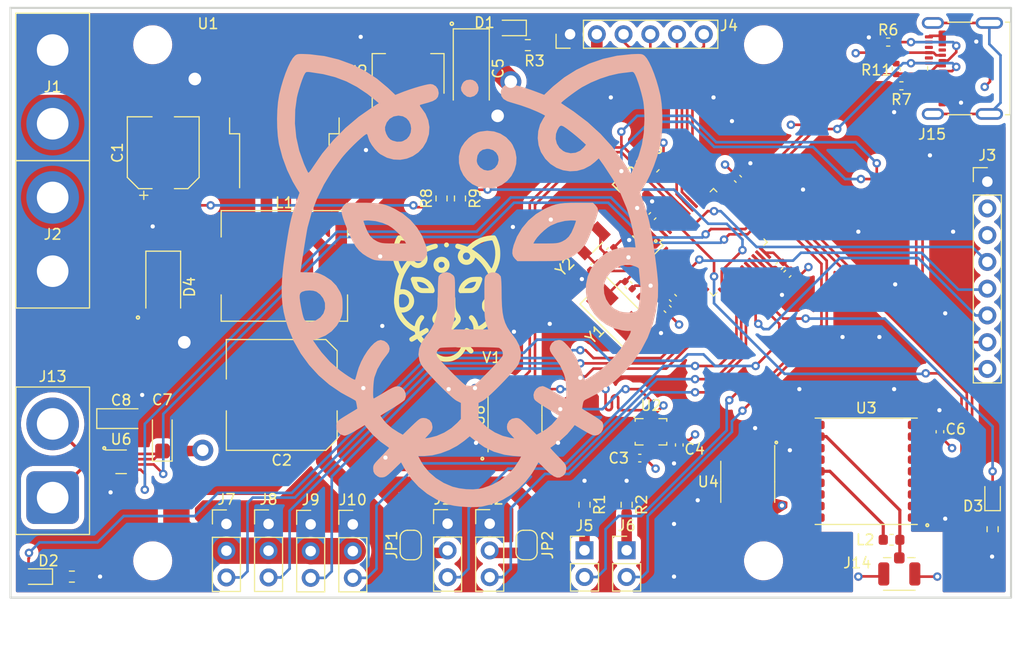
<source format=kicad_pcb>
(kicad_pcb (version 20211014) (generator pcbnew)
  (layers (0 "F.Cu" signal) (1 "In1.Cu" signal) (2 "In2.Cu" signal) (31 "B.Cu" signal) (34 "B.Paste" user) (35 "F.Paste" user) (36 "B.SilkS" user "B.Silkscreen") (37 "F.SilkS" user "F.Silkscreen") (38 "B.Mask" user) (39 "F.Mask" user) (44 "Edge.Cuts" user))
  (net 0 "")
  (net 1 "+BATT")
  (net 2 "GND")
  (net 3 "+5V")
  (net 4 "+3V3")
  (net 5 "OSC_IN")
  (net 6 "OSC_OUT")
  (net 7 "OSC32_IN")
  (net 8 "OSC32_OUT")
  (net 9 "Net-(D1-Pad1)")
  (net 10 "Net-(D2-Pad1)")
  (net 11 "LED1")
  (net 12 "Net-(D3-Pad1)")
  (net 13 "LED2")
  (net 14 "Net-(D4-Pad1)")
  (net 15 "BOOT")
  (net 16 "RESET")
  (net 17 "GPIO_PB0")
  (net 18 "I2C1_SCL")
  (net 19 "I2C1_SDA")
  (net 20 "SPI3_SCK")
  (net 21 "SPI3_MISO")
  (net 22 "SPI3_MOSI")
  (net 23 "SPI3_NSS")
  (net 24 "Net-(J5-Pad1)")
  (net 25 "EXT_LED1")
  (net 26 "Net-(J6-Pad1)")
  (net 27 "EXT_LED2")
  (net 28 "TIM2_PWM1")
  (net 29 "TIM2_PWM2")
  (net 30 "TIM2_PWM3")
  (net 31 "TIM2_PWM4")
  (net 32 "Net-(J11-Pad2)")
  (net 33 "TIM16_PWM1")
  (net 34 "Net-(J12-Pad2)")
  (net 35 "TIM17_PWM1")
  (net 36 "DC_MOTOR-")
  (net 37 "DC_MOTOR+")
  (net 38 "GPS_ANTENNA")
  (net 41 "Net-(J15-PadA5)")
  (net 42 "USB_DP")
  (net 43 "USB_DM")
  (net 49 "Net-(J15-PadB5)")
  (net 53 "unconnected-(J15-PadS1)")
  (net 54 "Net-(L2-Pad1)")
  (net 55 "ADC1_BAT")
  (net 60 "USART1_RX")
  (net 61 "USART1_TX")
  (net 62 "1PPS")
  (net 68 "EEPROM_SDA")
  (net 69 "EEPROM_SCL")
  (net 72 "TIM15_PWM2")
  (net 73 "TIM15_PWM1")
  (footprint "Resistor_SMD:R_0603_1608Metric" (layer "F.Cu") (at 83.5 67.175 -90)
    (fp_text reference "R2")
    (fp_text value "300" hide)
  )
  (footprint "Resistor_SMD:R_0603_1608Metric" (layer "F.Cu") (at 79.5 67.175 -90)
    (fp_text reference "R1")
    (fp_text value "300" hide)
  )
  (footprint "Capacitor_SMD:C_0402_1005Metric" (layer "F.Cu") (at 85.227488 42.948777 -135)
    (fp_text reference "C11" hide)
    (fp_text value "100nF" hide)
  )
  (footprint "jag_board:Batt Connector" (layer "F.Cu") (at 29 27.5 -90)
    (fp_text reference "J1")
    (fp_text value "Battery")
  )
  (footprint "jag_board:ATGM336H-5N" (layer "F.Cu") (at 106.25 64)
    (fp_text reference "U3")
    (fp_text value "ATGM336H-5N" hide)
  )
  (footprint "Resistor_SMD:R_0603_1608Metric" (layer "F.Cu") (at 65.925747 38.092948 90)
    (fp_text reference "R8")
    (fp_text value "33K" hide)
  )
  (footprint "LED_SMD:LED_0603_1608Metric" (layer "F.Cu") (at 72.490926 21.905504 180)
    (fp_text reference "D1")
    (fp_text value "Power LED" hide)
  )
  (footprint "Connector_PinHeader_2.54mm:PinHeader_1x02_P2.54mm_Vertical" (layer "F.Cu") (at 79.5 71.5)
    (fp_text reference "J5")
    (fp_text value "Ext LED1")
  )
  (footprint "MountingHole:MountingHole_2.7mm_M2.5" (layer "F.Cu") (at 96.5 23.5)
    (fp_text reference "H2" hide)
    (fp_text value "MountingHole" hide)
  )
  (footprint "Capacitor_SMD:C_0402_1005Metric" (layer "F.Cu") (at 87.393017 48.586545 -45)
    (fp_text reference "C10" hide)
    (fp_text value "10nF" hide)
  )
  (footprint "Capacitor_Tantalum_SMD:CP_EIA-3216-10_Kemet-I" (layer "F.Cu") (at 39.40852 60.723766 90)
    (fp_text reference "C7")
    (fp_text value "0.1uF" hide)
  )
  (footprint "MountingHole:MountingHole_2.7mm_M2.5" (layer "F.Cu") (at 38.5 72.5)
    (fp_text reference "H3" hide)
    (fp_text value "MountingHole" hide)
  )
  (footprint "Package_QFP:LQFP-48_7x7mm_P0.5mm" (layer "F.Cu") (at 91.75 42.25 45)
    (fp_text reference "U7")
    (fp_text value "STM32F302C8Tx" hide)
  )
  (footprint "Capacitor_SMD:C_0402_1005Metric" (layer "F.Cu") (at 88.5 61.5 -90)
    (fp_text reference "C4")
    (fp_text value "100nF" hide)
  )
  (footprint "Capacitor_SMD:C_0402_1005Metric" (layer "F.Cu") (at 98.768687 45.251274 45)
    (fp_text reference "C19" hide)
    (fp_text value "4.7uF" hide)
  )
  (footprint "jag_board:YSPI1050" (layer "F.Cu") (at 51 44.5)
    (fp_text reference "L1")
    (fp_text value "68uH")
  )
  (footprint "Connector_PinHeader_2.54mm:PinHeader_1x02_P2.54mm_Vertical" (layer "F.Cu") (at 83.5 71.5)
    (fp_text reference "J6")
    (fp_text value "Ext LED2")
  )
  (footprint "Resistor_SMD:R_0402_1005Metric" (layer "F.Cu") (at 109.59 27.4 180)
    (fp_text reference "R7")
    (fp_text value "5.1K" hide)
  )
  (footprint "jag_board:LSM6DSR" (layer "F.Cu") (at 85.8125 60.25)
    (fp_text reference "U2")
    (fp_text value "LSM6DSR" hide)
  )
  (footprint "jag_board:C434807" (layer "F.Cu") (at 109.38459 73.071491)
    (fp_text reference "J14")
    (fp_text value "GPS Antenna" hide)
  )
  (footprint "Capacitor_SMD:C_0402_1005Metric" (layer "F.Cu") (at 85.112556 47.748811 -45)
    (fp_text reference "C14" hide)
    (fp_text value "30pF" hide)
  )
  (footprint "LED_SMD:LED_0603_1608Metric" (layer "F.Cu") (at 118.25 66.25 90)
    (fp_text reference "D3")
    (fp_text value "LED2" hide)
  )
  (footprint "Package_SON:WSON-8-1EP_2x2mm_P0.5mm_EP0.9x1.6mm" (layer "F.Cu") (at 35.5 63.1)
    (fp_text reference "U6")
    (fp_text value "DRV8837C" hide)
  )
  (footprint "Jumper:SolderJumper-2_P1.3mm_Open_RoundedPad1.0x1.5mm" (layer "F.Cu") (at 74 71 90)
    (fp_text reference "JP2")
    (fp_text value "Servo 3 Jumper" hide)
  )
  (footprint "Resistor_SMD:R_0603_1608Metric" (layer "F.Cu") (at 118.25 69.5 -90)
    (fp_text reference "R5" hide)
    (fp_text value "300" hide)
  )
  (footprint "Connector_PinHeader_2.54mm:PinHeader_1x03_P2.54mm_Vertical" (layer "F.Cu") (at 49.5 69)
    (fp_text reference "J8")
    (fp_text value "Servo 2")
  )
  (footprint "Package_TO_SOT_SMD:TO-263-5_TabPin3" (layer "F.Cu") (at 51 29 90)
    (fp_text reference "U1")
    (fp_text value "LM2576HVS-5" hide)
  )
  (footprint "Resistor_SMD:R_0603_1608Metric" (layer "F.Cu") (at 74.117751 23.534447)
    (fp_text reference "R3")
    (fp_text value "300" hide)
  )
  (footprint "Resistor_SMD:R_0402_1005Metric" (layer "F.Cu") (at 86.2 35.2 45)
    (fp_text reference "R10")
    (fp_text value "33K" hide)
  )
  (footprint "Jumper:SolderJumper-2_P1.3mm_Open_RoundedPad1.0x1.5mm" (layer "F.Cu") (at 63 71 90)
    (fp_text reference "JP1")
    (fp_text value "Servo 3 Jumper" hide)
  )
  (footprint "Capacitor_SMD:CP_Elec_10x10" (layer "F.Cu") (at 50.75 56.75 180)
    (fp_text reference "C2")
    (fp_text value "220uF" hide)
  )
  (footprint "Capacitor_SMD:C_0402_1005Metric" (layer "F.Cu") (at 98 44.5 45)
    (fp_text reference "C15" hide)
    (fp_text value "100nF" hide)
  )
  (footprint "Resistor_SMD:R_0402_1005Metric" (layer "F.Cu") (at 108.335983 23.246586 180)
    (fp_text reference "R6")
    (fp_text value "5.1K" hide)
  )
  (footprint "Capacitor_SMD:CP_Elec_6.3x5.8" (layer "F.Cu") (at 39.5 33.75 90)
    (fp_text reference "C1")
    (fp_text value "100uF" hide)
  )
  (footprint "Diode_SMD:D_SMA" (layer "F.Cu") (at 39.5 46.5 -90)
    (fp_text reference "D4")
    (fp_text value "Schottky" hide)
  )
  (footprint "Resistor_SMD:R_0603_1608Metric" (layer "F.Cu") (at 67.675747 38.092948 -90)
    (fp_text reference "R9")
    (fp_text value "7.5K" hide)
  )
  (footprint "MountingHole:MountingHole_2.7mm_M2.5" (layer "F.Cu") (at 96.5 72.5)
    (fp_text reference "H4" hide)
    (fp_text value "MountingHole" hide)
  )
  (footprint "Package_SO:SOIC-8_3.9x4.9mm_P1.27mm" (layer "F.Cu") (at 95 65 -90)
    (fp_text reference "U4")
    (fp_text value "EEPROM 64K" hide)
  )
  (footprint "jag_board:jaguar" (layer "F.Cu") (at 66.4 47.6)
    (fp_text reference "G***" hide)
    (fp_text value "LOGO" hide)
  )
  (footprint "Resistor_SMD:R_0402_1005Metric" (layer "F.Cu") (at 84.7 36.7 -135)
    (fp_text reference "R12")
    (fp_text value "33K" hide)
  )
  (footprint "Connector_PinHeader_2.54mm:PinHeader_1x06_P2.54mm_Vertical" (layer "F.Cu") (at 78.13 22.5 90)
    (fp_text reference "J4")
    (fp_text value "Raspberry Pie" hide)
  )
  (footprint "Connector_PinHeader_2.54mm:PinHeader_1x03_P2.54mm_Vertical" (layer "F.Cu") (at 53.5 69.04)
    (fp_text reference "J9")
    (fp_text value "Servo 3")
  )
  (footprint "Connector_PinHeader_2.54mm:PinHeader_1x03_P2.54mm_Vertical" (layer "F.Cu") (at 66.5 68.975)
    (fp_text reference "J11")
    (fp_text value "Esc 1")
  )
  (footprint "Capacitor_SMD:C_0402_1005Metric" (layer "F.Cu") (at 83.686376 46.322632 -45)
    (fp_text reference "C13" hide)
    (fp_text value "30pF" hide)
  )
  (footprint "MountingHole:MountingHole_2.7mm_M2.5" (layer "F.Cu") (at 38.5 23.5)
    (fp_text reference "H1" hide)
    (fp_text value "MountingHole" hide)
  )
  (footprint "Capacitor_SMD:C_0402_1005Metric" (layer "F.Cu") (at 113.25 60.25 -90)
    (fp_text reference "C6")
    (fp_text value "10uF" hide)
  )
  (footprint "Resistor_SMD:R_0603_1608Metric" (layer "F.Cu") (at 30.825 74)
    (fp_text reference "R4" hide)
    (fp_text value "300" hide)
  )
  (footprint "LED_SMD:LED_0603_1608Metric" (layer "F.Cu") (at 27.5 74 180)
    (fp_text reference "D2")
    (fp_text value "LED1" hide)
  )
  (footprint "Capacitor_SMD:C_0402_1005Metric" (layer "F.Cu") (at 84.75 62.75)
    (fp_text reference "C3")
    (fp_text value "100nF" hide)
  )
  (footprint "jag_board:Batt Connector" (layer "F.Cu") (at 29 41.5 90)
    (fp_text reference "J2")
    (fp_text value "Battery Con 2")
  )
  (footprint "Connector_PinHeader_2.54mm:PinHeader_1x03_P2.54mm_Vertical" (layer "F.Cu") (at 57.5 69.04)
    (fp_text reference "J10")
    (fp_text value "Servo 4")
  )
  (footprint "Package_SO:SO-8_3.9x4.9mm_P1.27mm" (layer "F.Cu") (at 72.9 58.7 90)
    (fp_text reference "U8")
    (fp_text value "AT24C256C" hide)
  )
  (footprint "Inductor_SMD:L_0603_1608Metric" (layer "F.Cu") (at 108.653517 70.504536)
    (fp_text reference "L2")
    (fp_text value "47nH" hide)
  )
  (footprint "jag_board:USB_C_MOLEX" (layer "F.Cu") (at 115.26 25.75 90)
    (fp_text reference "J15")
    (fp_text value "USB C")
  )
  (footprint "Connector_PinHeader_2.54mm:PinHeader_1x03_P2.54mm_Vertical" (layer "F.Cu") (at 70.5 68.975)
    (fp_text reference "J12")
    (fp_text value "Esc 2")
  )
  (footprint "Package_TO_SOT_SMD:SOT-223-3_TabPin2" (layer "F.Cu") (at 62.75 26.25 90)
    (fp_text reference "U5")
    (fp_text value "AMS1117-3.3" hide)
  )
  (footprint "Capacitor_SMD:C_0402_1005Metric" (layer "F.Cu") (at 85.949965 39.764582 -135)
    (fp_text reference "C9" hide)
    (fp_text value "100nF" hide)
  )
  (footprint "Capacitor_Tantalum_SMD:CP_EIA-3216-10_Kemet-I" (layer "F.Cu") (at 35.5 59)
    (fp_text reference "C8")
    (fp_text value "0.1uF" hide)
  )
  (footprint "Capacitor_SMD:C_0402_1005Metric" (layer "F.Cu") (at 87.896992 47.536596 -45)
    (fp_text reference "C12" hide)
    (fp_text value "1uF" hide)
  )
  (footprint "Capacitor_SMD:C_0402_1005Metric" (layer "F.Cu") (at 94.069996 36.230037 135)
    (fp_text reference "C18" hide)
    (fp_text value "100nF" hide)
  )
  (footprint "Crystal:Crystal_SMD_5032-2Pin_5.0x3.2mm" (layer "F.Cu") (at 82.5 49 -45)
    (fp_text reference "Y1")
    (fp_text value "Crystal @ 8MHz 20pF" hide)
  )
  (footprint "Connector_PinHeader_2.54mm:PinHeader_1x03_P2.54mm_Vertical" (layer "F.Cu") (at 45.5 69)
    (fp_text reference "J7")
    (fp_text value "Servo 1")
  )
  (footprint "Capacitor_SMD:C_0402_1005Metric" (layer "F.Cu") (at 81.939941 43.110093 45)
    (fp_text reference "C16" hide)
    (fp_text value "18pF" hide)
  )
  (footprint "Connector_PinHeader_2.54mm:PinHeader_1x08_P2.54mm_Vertical" (layer "F.Cu") (at 117.75 36.5)
    (fp_text reference "J3")
    (fp_text value "Debug" hide)
  )
  (footprint "jag_board:Batt Connector" (layer "F.Cu") (at 29 63 90)
    (fp_text reference "J13")
    (fp_text value "DC Motor 1")
  )
  (footprint "Resistor_SMD:R_0402_1005Metric" (layer "F.Cu") (at 109.1 25.8 90)
    (fp_text reference "R11")
    (fp_text value "1.5k" hide)
  )
  (footprint "Capacitor_Tantalum_SMD:CP_EIA-6032-28_Kemet-C" (layer "F.Cu") (at 68.75 25.75 -90)
    (fp_text reference "C5")
    (fp_text value "22uF (tantu)" hide)
  )
  (footprint "Capacitor_SMD:C_0402_1005Metric" (layer "F.Cu") (at 80.426265 44.571271 45)
    (fp_text reference "C17" hide)
    (fp_text value "18pF" hide)
  )
  (footprint "Crystal:Crystal_SMD_3215-2Pin_3.2x1.5mm" (layer "F.Cu") (at 80.133883 42.116117 -135)
    (fp_text reference "Y2")
    (fp_text value "Crystal @ 32.768kHz 12.5pF" hide)
  )
  (footprint "jag_board:jaguar_43mm" (layer "B.Cu") (at 68.6 45.9 180)
    (fp_text reference "G***" hide)
    (fp_text value "LOGO" hide)
  )
  (gr_circle (center 97.714032 61.263807) (end 97.749358 61.263807) (layer "F.SilkS") (width 0.15) (fill none))
  (gr_circle (center 112.049676 69.120524) (end 112.077937 69.162916) (layer "F.SilkS") (width 0.15) (fill none))
  (gr_circle (center 69.8 62.8) (end 69.836798 62.824532) (layer "F.SilkS") (width 0.15) (fill none))
  (gr_circle (center 66.9 21.5) (end 66.952742 21.552743) (layer "F.SilkS") (width 0.15) (fill none))
  (gr_circle (center 86.265959 42.140555) (end 86.286403 42.169176) (layer "F.SilkS") (width 0.15) (fill none))
  (gr_circle (center 33.9 61.8) (end 33.949064 61.812266) (layer "F.SilkS") (width 0.15) (fill none))
  (gr_circle (center 37.1 49.4) (end 37.162021 49.415713) (layer "F.SilkS") (width 0.15) (fill none))
  (gr_rect (start 25 20) (end 120 76) (layer "Edge.Cuts") (width 0.2) (fill none))
  (gr_text "V1" (at 70.7 53.2) (layer "F.SilkS") (effects (font (size 1 1))))
  (segment (start 63.417948 38.917948) (end 63.25 38.75) (width 0.25) (layer "F.Cu") (net 1))
  (segment (start 34.25 40) (end 34.25 58.9) (width 1) (layer "F.Cu") (net 1))
  (segment (start 34.55 62.35) (end 33.85 62.35) (width 0.25) (layer "F.Cu") (net 1))
  (segment (start 33.5 59.65) (end 34.15 59) (width 0.25) (layer "F.Cu") (net 1))
  (segment (start 65.925747 38.917948) (end 63.417948 38.917948) (width 0.25) (layer "F.Cu") (net 1))
  (segment (start 33.85 62.35) (end 33.5 62) (width 0.25) (layer "F.Cu") (net 1))
  (segment (start 41.8 38.75) (end 39.5 36.45) (width 0.25) (layer "F.Cu") (net 1))
  (segment (start 33.5 62) (end 33.5 59.65) (width 0.25) (layer "F.Cu") (net 1))
  (segment (start 44 38.75) (end 41.8 38.75) (width 0.25) (layer "F.Cu") (net 1))
  (via (at 63.25 38.75) (size 0.8) (drill 0.4) (layers "F.Cu" "B.Cu") (net 1))
  (via (at 44 38.75) (size 0.8) (drill 0.4) (layers "F.Cu" "B.Cu") (net 1))
  (segment (start 44 38.75) (end 63.25 38.75) (width 0.25) (layer "B.Cu") (net 1))
  (segment (start 86.763048 48.537692) (end 87.053606 48.247134) (width 0.25) (layer "F.Cu") (net 2))
  (segment (start 82.998639 42.042645) (end 83.742352 42.042645) (width 0.25) (layer "F.Cu") (net 2))
  (segment (start 94.409407 36.569448) (end 94.248572 36.569448) (width 0.25) (layer "F.Cu") (net 2))
  (segment (start 97.521391 44.839411) (end 97.660589 44.839411) (width 0.25) (layer "F.Cu") (net 2))
  (segment (start 35.5 63.424022) (end 35.5 63.1) (width 0.25) (layer "F.Cu") (net 2))
  (segment (start 87.557581 47.743159) (end 87.053606 48.247134) (width 0.25) (layer "F.Cu") (net 2))
  (segment (start 110.839737 74) (end 110.818456 73.978719) (width 0.25) (layer "F.Cu") (net 2))
  (segment (start 70.7875 30.25) (end 71.25 30.25) (width 1) (layer "F.Cu") (net 2))
  (segment (start 35.074022 63.85) (end 35.5 63.424022) (width 0.25) (layer "F.Cu") (net 2))
  (segment (start 85.000178 42.042645) (end 85.566899 42.609366) (width 0.25) (layer "F.Cu") (net 2))
  (segment (start 115.25 29) (end 113.62 29) (width 0.25) (layer "F.Cu") (net 2))
  (segment (start 86.763048 50.875432) (end 86.763048 48.537692) (width 0.25) (layer "F.Cu") (net 2))
  (segment (start 84.5 60.5) (end 84.5 60) (width 0.25) (layer "F.Cu") (net 2))
  (segment (start 80.086854 44.913146) (end 79.25 45.75) (width 0.25) (layer "F.Cu") (net 2))
  (segment (start 113.47 22.65) (end 112.3 22.65) (width 0.25) (layer "F.Cu") (net 2))
  (segment (start 80.086854 44.910682) (end 80.086854 44.913146) (width 0.25) (layer "F.Cu") (net 2))
  (segment (start 86.289376 39.425171) (end 86.289376 38.743705) (width 0.25) (layer "F.Cu") (net 2))
  (segment (start 87.863475 47.197185) (end 89.336998 45.723662) (width 0.25) (layer "F.Cu") (net 2))
  (segment (start 82.279352 42.761932) (end 82.998639 42.042645) (width 0.25) (layer "F.Cu") (net 2))
  (segment (start 86.3125 61.3125) (end 86.3125 61.8125) (width 0.25) (layer "F.Cu") (net 2))
  (segment (start 86.289376 39.971356) (end 86.289376 39.425171) (width 0.25) (layer "F.Cu") (net 2))
  (segment (start 86.3125 61.8125) (end 86.75 62.25) (width 0.25) (layer "F.Cu") (net 2))
  (segment (start 34.55 63.85) (end 35.074022 63.85) (width 0.25) (layer "F.Cu") (net 2))
  (segment (start 96.284322 43.602342) (end 97.521391 44.839411) (width 0.25) (layer "F.Cu") (net 2))
  (segment (start 113 74) (end 110.839737 74) (width 0.25) (layer "F.Cu") (net 2))
  (segment (start 107.868456 73.978719) (end 105.521281 73.978719) (width 0.25) (layer "F.Cu") (net 2))
  (segment (start 87.557581 47.197185) (end 87.557581 47.743159) (width 0.25) (layer "F.Cu") (net 2))
  (segment (start 113.62 29) (end 113.47 28.85) (width 0.25) (layer "F.Cu") (net 2))
  (segment (start 85.777523 46.375129) (end 84.312701 46.375129) (width 0.25) (layer "F.Cu") (net 2))
  (segment (start 82.279352 42.770682) (end 82.279352 42.761932) (width 0.25) (layer "F.Cu") (net 2))
  (segment (start 84.312701 46.375129) (end 84.025787 46.662043) (width 0.25) (layer "F.Cu") (net 2))
  (segment (start 116 22.5) (end 113.62 22.5) (width 0.25) (layer "F.Cu") (net 2))
  (segment (start 95.25 35.728855) (end 94.409407 36.569448) (width 0.25) (layer "F.Cu") (net 2))
  (segment (start 68.75 28.2125) (end 70.7875 30.25) (width 1) (layer "F.Cu") (net 2))
  (segment (start 87.215678 40.897658) (end 86.289376 39.971356) (width 0.25) (layer "F.Cu") (net 2))
  (segment (start 34.55 63.85) (end 33.65 63.85) (width 0.25) (layer "F.Cu") (net 2))
  (segment (start 116.7 23.2) (end 116 22.5) (width 0.25) (layer "F.Cu") (net 2))
  (segment (start 94.248572 36.569448) (end 93.102342 37.715678) (width 0.25) (layer "F.Cu") (net 2))
  (segment (start 105.521281 73.978719) (end 105.5 74) (width 0.25) (layer "F.Cu") (net 2))
  (segment (start 33.65 63.85) (end 33.25 64.25) (width 0.25) (layer "F.Cu") (net 2))
  (segment (start 112.3 22.65) (end 112.2 22.75) (width 0.25) (layer "F.Cu") (net 2))
  (segment (start 95.25 34.75) (end 95.25 35.728855) (width 0.25) (layer "F.Cu") (net 2))
  (segment (start 112.3 28.85) (end 112.2 28.75) (width 0.25) (layer "F.Cu") (net 2))
  (segment (start 83.742352 42.042645) (end 85.000178 42.042645) (width 0.25) (layer "F.Cu") (net 2))
  (segment (start 85.777523 46.405022) (end 84.773145 47.4094) (width 0.25) (layer "F.Cu") (net 2))
  (segment (start 97.660589 44.839411) (end 97.678002 44.839411) (width 0.25) (layer "F.Cu") (net 2))
  (segment (start 86.289376 38.743705) (end 85.9177 38.372029) (width 0.25) (layer "F.Cu") (net 2))
  (segment (start 86.3125 61.3125) (end 85.8125 61.3125) (width 0.25) (layer "F.Cu") (net 2))
  (segment (start 97.678002 44.839411) (end 98.429276 45.590685) (width 0.25) (layer "F.Cu") (net 2))
  (segment (start 85.777523 46.375129) (end 85.777523 46.405022) (width 0.25) (layer "F.Cu") (net 2))
  (segment (start 113.47 28.85) (end 112.3 28.85) (width 0.25) (layer "F.Cu") (net 2))
  (segment (start 87.557581 47.197185) (end 87.863475 47.197185) (width 0.25) (layer "F.Cu") (net 2))
  (via (at 115.25 29) (size 0.8) (drill 0.4) (layers "F.Cu" "B.Cu") (net 2))
  (via (at 72.8 50.75) (size 0.8) (drill 0.4) (layers "F.Cu" "B.Cu") (net 2))
  (via (at 99 62) (size 0.8) (drill 0.4) (layers "F.Cu" "B.Cu") (net 2))
  (via (at 79.5 64.9) (size 0.8) (drill 0.4) (layers "F.Cu" "B.Cu") (net 2))
  (via (at 109 46.25) (size 0.8) (drill 0.4) (layers "F.Cu" "B.Cu") (net 2))
  (via (at 33.5 74) (size 0.8) (drill 0.4) (layers "F.Cu" "B.Cu") (net 2))
  (via (at 104 51.25) (size 0.8) (drill 0.4) (layers "F.Cu" "B.Cu") (net 2))
  (via (at 113.2 58.2) (size 0.8) (drill 0.4) (layers "F.Cu" "B.Cu") (net 2))
  (via (at 113.75 49) (size 0.8) (drill 0.4) (layers "F.Cu" "B.Cu") (net 2))
  (via (at 38.5 40.75) (size 0.8) (drill 0.4) (layers "F.Cu" "B.Cu") (net 2))
  (via (at 79.25 45.75) (size 0.8) (drill 0.4) (layers "F.Cu" "B.Cu") (net 2))
  (via (at 60.1 43.6) (size 0.8) (drill 0.4) (layers "F.Cu" "B.Cu") (net 2))
  (via (at 98.25 47.25) (size 0.8) (drill 0.4) (layers "F.Cu" "B.Cu") (net 2))
  (via (at 113 74) (size 0.8) (drill 0.4) (layers "F.Cu" "B.Cu") (net 2))
  (via (at 76.3 40.1) (size 0.8) (drill 0.4) (layers "F.Cu" "B.Cu") (net 2))
  (via (at 76.2 50) (size 0.8) (drill 0.4) (layers "F.Cu" "B.Cu") (net 2))
  (via (at 113.75 68.5) (size 0.8) (drill 0.4) (layers "F.Cu" "B.Cu") (net 2))
  (via (at 93.5 30.75) (size 0.8) (drill 0.4) (layers "F.Cu" "B.Cu") (net 2))
  (via (at 58.5 56.1) (size 0.8) (drill 0.4) (layers "F.Cu" "B.Cu") (net 2))
  (via (at 107.5 51.25) (size 0.8) (drill 0.4) (layers "F.Cu" "B.Cu") (net 2))
  (via (at 91.75 28.5) (size 0.8) (drill 0.4) (layers "F.Cu" "B.Cu") (net 2))
  (via (at 86.763048 50.875432) (size 0.8) (drill 0.4) (layers "F.Cu" "B.Cu") (net 2))
  (via (at 82 28.5) (size 0.8) (drill 0.4) (layers "F.Cu" "B.Cu") (net 2))
  (via (at 118.2 72.1) (size 0.8) (drill 0.4) (layers "F.Cu" "B.Cu") (net 2))
  (via (at 83.742352 42.042645) (size 0.8) (drill 0.4) (layers "F.Cu" "B.Cu") (net 2))
  (via (at 37.5 56.75) (size 0.8) (drill 0.4) (layers "F.Cu" "B.Cu") (net 2))
  (via (at 105.5 41.25) (size 0.8) (drill 0.4) (layers "F.Cu" "B.Cu") (net 2))
  (via (at 105.5 74) (size 0.8) (drill 0.4) (layers "F.Cu" "B.Cu") (net 2))
  (via (at 88 74) (size 0.8) (drill 0.4) (layers "F.Cu" "B.Cu") (net 2))
  (via (at 34.5 66) (size 0.8) (drill 0.4) (layers "F.Cu" "B.Cu") (net 2))
  (via (at 88 63.25) (size 0.8) (drill 0.4) (layers "F.Cu" "B.Cu") (net 2))
  (via (at 42.5 26.75) (size 2) (drill 1.2) (layers "F.Cu" "B.Cu") (net 2))
  (via (at 66.6 56.2) (size 0.8) (drill 0.4) (layers "F.Cu" "B.Cu") (net 2))
  (via (at 116.7 23.2) (size 0.8) (drill 0.4) (layers "F.Cu" "B.Cu") (net 2))
  (via (at 58.25 22.75) (size 0.8) (drill 0.4) (layers "F.Cu" "B.Cu") (net 2))
  (via (at 106.5 22.8) (size 0.8) (drill 0.4) (layers "F.Cu" "B.Cu") (net 2))
  (via (at 100.25 37.25) (size 0.8) (drill 0.4) (layers "F.Cu" "B.Cu") (net 2))
  (via (at 60.3 50.2) (size 0.8) (drill 0.4) (layers "F.Cu" "B.Cu") (net 2))
  (via (at 114.5 41.25) (size 0.8) (drill 0.4) (layers "F.Cu" "B.Cu") (net 2))
  (via (at 108.9 56.2) (size 0.8) (drill 0.4) (layers "F.Cu" "B.Cu") (net 2))
  (via (at 112.3 34) (size 0.8) (drill 0.4) (layers "F.Cu" "B.Cu") (net 2))
  (via (at 58.75 33.5) (size 0.8) (drill 0.4) (layers "F.Cu" "B.Cu") (net 2))
  (via (at 69.2 61.3) (size 0.8) (drill 0.4) (layers "F.Cu" "B.Cu") (net 2))
  (via (at 90.25 66.75) (size 0.8) (drill 0.4) (layers "F.Cu" "B.Cu") (net 2))
  (via (at 85.9177 38.372029) (size 0.8) (drill 0.4) (layers "F.Cu" "B.Cu") (net 2))
  (via (at 72.7 40.8) (size 0.8) (drill 0.4) (layers "F.Cu" "B.Cu") (net 2))
  (via (at 88 69) (size 0.8) (drill 0.4) (layers "F.Cu" "B.Cu") (net 2))
  (via (at 85.777523 46.375129) (size 0.8) (drill 0.4) (layers "F.Cu" "B.Cu") (net 2))
  (via (at 41.5 51.75) (size 2) (drill 1.2) (layers "F.Cu" "B.Cu") (net 2))
  (via (at 99.9 56.2) (size 0.8) (drill 0.4) (layers "F.Cu" "B.Cu") (net 2))
  (via (at 71.25 30.25) (size 2) (drill 1.2) (layers "F.Cu" "B.Cu") (net 2))
  (via (at 76.988244 61.293186) (size 0.8) (drill 0.4) (layers "F.Cu" "B.Cu") (net 2))
  (via (at 60.6 62.7) (size 0.8) (drill 0.4) (layers "F.Cu" "B.Cu") (net 2))
  (via (at 95.25 34.75) (size 0.8) (drill 0.4) (layers "F.Cu" "B.Cu") (net 2))
  (via (at 83.5 64.9) (size 0.8) (drill 0.4) (layers "F.Cu" "B.Cu") (net 2))
  (via (at 108.9 29.9) (size 0.8) (drill 0.4) (layers "F.Cu" "B.Cu") (net 2))
  (via (at 95.7 59.9) (size 0.8) (drill 0.4) (layers "F.Cu" "B.Cu") (net 2))
  (segment (start 65.05 32.05) (end 66.75 33.75) (width 1.1) (layer "F.Cu") (net 3))
  (segment (start 60 65.25) (end 72.25 65.25) (width 1.5) (layer "F.Cu") (net 3))
  (segment (start 112.645006 27.25) (end 112.2 27.25) (width 0.25) (layer "F.Cu") (net 3))
  (segment (start 54.75 59.75) (end 52.25 62.25) (width 2.5) (layer "F.Cu") (net 3))
  (segment (start 56.4 40.6) (end 65.05 31.95) (width 1.1) (layer "F.Cu") (net 3))
  (segment (start 72.25 65.25) (end 74 67) (width 1.5) (layer "F.Cu") (net 3))
  (segment (start 105.3 24.25) (end 112.2 24.25) (width 0.25) (layer "F.Cu") (net 3))
  (segment (start 72 33.75) (end 80.58 25.17) (width 1.1) (layer "F.Cu") (net 3))
  (segment (start 53.46 71.54) (end 53.5 71.58) (width 2.5) (layer "F.Cu") (net 3))
  (segment (start 49.5 65) (end 52.25 62.25) (width 2.5) (layer "F.Cu") (net 3))
  (segment (start 118 27) (end 117.5 27.5) (width 0.25) (layer "F.Cu") (net 3))
  (segment (start 65.05 31.95) (end 65.05 29.4) (width 1.1) (layer "F.Cu") (net 3))
  (segment (start 112.895006 24.5) (end 112.645006 24.25) (width 0.25) (layer "F.Cu") (net 3))
  (segment (start 54.75 63) (end 54.75 59.75) (width 1.5) (layer "F.Cu") (net 3))
  (segment (start 112.645006 24.25) (end 112.2 24.25) (width 0.25) (layer "F.Cu") (net 3))
  (segment (start 45.5 71.54) (end 43.04 71.54) (width 2.5) (layer "F.Cu") (net 3))
  (segment (start 54.75 56.75) (end 54.75 59.75) (width 2.5) (layer "F.Cu") (net 3))
  (segment (start 40.75 66.75) (end 42.5 65) (width 2.5) (layer "F.Cu") (net 3))
  (segment (start 80.67 25.17) (end 80.67 22.5) (width 1.1) (layer "F.Cu") (net 3))
  (segment (start 113.47 24.5) (end 112.895006 24.5) (width 0.25) (layer "F.Cu") (net 3))
  (segment (start 112.895006 27) (end 112.645006 27.25) (width 0.25) (layer "F.Cu") (net 3))
  (segment (start 52.7 40.8) (end 56.4 44.5) (width 1.1) (layer "F.Cu") (net 3))
  (segment (start 49.5 71.54) (end 53.46 71.54) (width 2.5) (layer "F.Cu") (net 3))
  (segment (start 117.75 26.25) (end 118 26.5) (width 0.25) (layer "F.Cu") (net 3))
  (segment (start 66.75 33.75) (end 72 33.75) (width 1.1) (layer "F.Cu") (net 3))
  (segment (start 40.75 69.25) (end 40.75 66.75) (width 2.5) (layer "F.Cu") (net 3))
  (segment (start 80.58 25.17) (end 80.67 25.17) (width 1.1) (layer "F.Cu") (net 3))
  (segment (start 43.04 71.54) (end 40.75 69.25) (width 2.5) (layer "F.Cu") (net 3))
  (segment (start 56.4 44.5) (end 56.4 40.6) (width 1.1) (layer "F.Cu") (net 3))
  (segment (start 57 65.25) (end 54.75 63) (width 1.5) (layer "F.Cu") (net 3))
  (segment (start 45.5 71.54) (end 49.5 71.54) (width 2.5) (layer "F.Cu") (net 3))
  (segment (start 60 65.25) (end 63 68.25) (width 1.5) (layer "F.Cu") (net 3))
  (segment (start 105.25 24.3) (end 105.3 24.25) (width 0.25) (layer "F.Cu") (net 3))
  (segment (start 118 26.5) (end 118 27) (width 0.25) (layer "F.Cu") (net 3))
  (segment (start 113.47 27) (end 115.875 27) (width 0.25) (layer "F.Cu") (net 3))
  (segment (start 116.625 26.25) (end 117.75 26.25) (width 0.25) (layer "F.Cu") (net 3))
  (segment (start 65.05 31.95) (end 65.05 32.05) (width 1.1) (layer "F.Cu") (net 3))
  (segment (start 52.7 34.775) (end 52.7 40.8) (width 1.1) (layer "F.Cu") (net 3))
  (segment (start 60 65.25) (end 57 65.25) (width 1.5) (layer "F.Cu") (net 3))
  (segment (start 113.47 27) (end 112.895006 27) (width 0.25) (layer "F.Cu") (net 3))
  (segment (start 42.5 65) (end 49.5 65) (width 2.5) (layer "F.Cu") (net 3))
  (segment (start 63 68.25) (end 63 70.20048) (width 1.5) (layer "F.Cu") (net 3))
  (segment (start 53.5 71.58) (end 57.5 71.58) (width 2.5) (layer "F.Cu") (net 3))
  (segment (start 74 67) (end 74 70.20048) (width 1.5) (layer "F.Cu") (net 3))
  (segment (start 115.875 27) (end 116.625 26.25) (width 0.25) (layer "F.Cu") (net 3))
  (via (at 105.25 24.3) (size 0.8) (drill 0.4) (layers "F.Cu" "B.Cu") (net 3))
  (via (at 117.5 27.5) (size 0.8) (drill 0.4) (layers "F.Cu" "B.Cu") (net 3))
  (segment (start 114.4 61.8) (end 113.33 60.73) (width 0.25) (layer "F.Cu") (net 4))
  (segment (start 86.862124 43.248788) (end 86.750032 43.36088) (width 0.25) (layer "F.Cu") (net 4))
  (segment (start 39.132286 62.35) (end 39.40852 62.073766) (width 0.25) (layer "F.Cu") (net 4))
  (segment (start 93.730585 35.890626) (end 93.730585 36.380327) (width 0.25) (layer "F.Cu") (net 4))
  (segment (start 69.125 56.125) (end 69.1 56.1) (width 0.25) (layer "F.Cu") (net 4))
  (segment (start 88.48 61) (end 88.5 61.02) (width 0.25) (layer "F.Cu") (net 4))
  (segment (start 88.5 61.02) (end 89.48 61.02) (width 0.25) (layer "F.Cu") (net 4))
  (segment (start 99.1 31.1) (end 100.35 31.1) (width 0.25) (layer "F.Cu") (net 4))
  (segment (start 113.33 60.73) (end 113.25 60.73) (width 0.25) (layer "F.Cu") (net 4))
  (segment (start 111.642462 62.9) (end 113.25 61.292462) (width 0.25) (layer "F.Cu") (net 4))
  (segment (start 83.672355 43.687564) (end 84.071731 43.288188) (width 0.25) (layer "F.Cu") (net 4))
  (segment (start 88.236403 47.876007) (end 88.236403 48.421981) (width 0.25) (layer "F.Cu") (net 4))
  (segment (start 86.862124 43.248788) (end 86.610912 43.5) (width 0.25) (layer "F.Cu") (net 4))
  (segment (start 88.236403 47.531363) (end 89.690551 46.077215) (width 0.25) (layer "F.Cu") (net 4))
  (segment (start 68.75 23.2875) (end 72.4625 27) (width 2) (layer "F.Cu") (net 4))
  (segment (start 113.25 61.292462) (end 113.25 60.73) (width 0.25) (layer "F.Cu") (net 4))
  (segment (start 100.35 31.1) (end 106.16 25.29) (width 0.25) (layer "F.Cu") (net 4))
  (segment (start 85.3125 62.6675) (end 85.23 62.75) (width 0.25) (layer "F.Cu") (net 4))
  (segment (start 36.45 62.35) (end 39.132286 62.35) (width 0.25) (layer "F.Cu") (net 4))
  (segment (start 96.637876 43.248788) (end 97.42761 43.248788) (width 0.25) (layer "F.Cu") (net 4))
  (segment (start 84.339376 38.839376) (end 84.5 39) (width 0.25) (layer "F.Cu") (net 4))
  (segment (start 98.356824 44.160589) (end 99.108098 44.911863) (width 0.25) (layer "F.Cu") (net 4))
  (segment (start 86.25 63.75) (end 86.23 63.75) (width 0.25) (layer "F.Cu") (net 4))
  (segment (start 86.23 63.75) (end 85.23 62.75) (width 0.25) (layer "F.Cu") (net 4))
  (segment (start 93.730585 35.890626) (end 93.730585 35.764633) (width 0.25) (layer "F.Cu") (net 4))
  (segment (start 39.40852 62.073766) (end 43.176234 62.073766) (width 1) (layer "F.Cu") (net 4))
  (segment (start 85.610554 40.103993) (end 85.603993 40.103993) (width 0.25) (layer "F.Cu") (net 4))
  (segment (start 85.714905 40.103993) (end 85.610554 40.103993) (width 0.25) (layer "F.Cu") (net 4))
  (segment (start 36.45 62.85) (end 38.632286 62.85) (width 0.25) (layer "F.Cu") (net 4))
  (segment (start 86.3125 59.1875) (end 86.3125 58.4375) (width 0.25) (layer "F.Cu") (net 4))
  (segment (start 85.099889 43.5) (end 84.888077 43.288188) (width 0.25) (layer "F.Cu") (net 4))
  (segment (start 85.32 62.75) (end 85.32 62.82) (width 0.25) (layer "F.Cu") (net 4))
  (segment (start 87.125 61) (end 88.48 61) (width 0.25) (layer "F.Cu") (net 4))
  (segment (start 88.236403 47.876007) (end 88.236403 47.531363) (width 0.25) (layer "F.Cu") (net 4))
  (segment (start 85.603993 40.103993) (end 84.5 39) (width 0.25) (layer "F.Cu") (net 4))
  (segment (start 97.42761 43.248788) (end 98.339411 44.160589) (width 0.25) (layer "F.Cu") (net 4))
  (segment (start 84.071731 43.288188) (end 84.888077 43.288188) (width 0.25) (layer "F.Cu") (net 4))
  (segment (start 85.3125 62.7425) (end 85.32 62.75) (width 0.25) (layer "F.Cu") (net 4))
  (segment (start 87 34.4) (end 86.560624 34.839376) (width 0.25) (layer "F.Cu") (net 4))
  (segment (start 86.610912 43.5) (end 85.099889 43.5) (width 0.25) (layer "F.Cu") (net 4))
  (segment (start 86.3125 58.4375) (end 87 57.75) (width 0.25) (layer "F.Cu") (net 4))
  (segment (start 87.732428 49.321015) (end 88.477369 50.065956) (width 0.25) (layer "F.Cu") (net 4))
  (segment (start 84.339376 37.060624) (end 84.339376 38.839376) (width 0.25) (layer "F.Cu") (net 4))
  (segment (start 93.730585 35.764633) (end 92.843069 34.877117) (width 0.25) (layer "F.Cu") (net 4))
  (segment (start 99.446235 45.25) (end 99.108098 44.911863) (width 0.25) (layer "F.Cu") (net 4))
  (segment (start 89.48 61.02) (end 90 60.5) (width 0.25) (layer "F.Cu") (net 4))
  (segment (start 106.16 25.29) (end 109.1 25.29) (width 0.25) (layer "F.Cu") (net 4))
  (segment (start 71.703426 21.905504) (end 70.131996 21.905504) (width 0.25) (layer "F.Cu") (net 4))
  (segment (start 93.730585 36.380327) (end 92.748788 37.362124) (width 0.25) (layer "F.Cu") (net 4))
  (segment (start 87 32.8) (end 87 34.4) (width 0.25) (layer "F.Cu") (net 4))
  (segment (start 113.25 60.73) (end 111.13 60.73) (width 0.25) (layer "F.Cu") (net 4))
  (segment (start 100.764949 44.605081) (end 100.12003 45.25) (width 0.25) (layer "F.Cu") (net 4))
  (segment (start 88.236403 48.421981) (end 87.732428 48.925956) (width 0.25) (layer "F.Cu") (net 4))
  (segment (start 111.1 62.9) (end 111.642462 62.9) (width 0.25) (layer "F.Cu") (net 4))
  (segment (start 38.632286 62.85) (end 39.40852 62.073766) (width 0.25) (layer "F.Cu") (net 4))
  (segment (start 87.732428 48.925956) (end 87.732428 49.321015) (width 0.25) (layer "F.Cu") (net 4))
  (segment (start 86.862124 41.251212) (end 85.714905 40.103993) (width 0.25) (layer "F.Cu") (net 4))
  (segment (start 72.4625 27) (end 72.5 27) (width 0.25) (layer "F.Cu") (net 4))
  (segment (start 43.176234 62.073766) (end 43.25 62) (width 1.5) (layer "F.Cu") (net 4))
  (segment (start 70.995 56.125) (end 69.125 56.125) (width 0.25) (layer "F.Cu") (net 4))
  (segment (start 85.3125 61.3125) (end 85.3125 62.6675) (width 0.25) (layer "F.Cu") (net 4))
  (segment (start 100.12003 45.25) (end 99.446235 45.25) (width 0.25) (layer "F.Cu") (net 4))
  (segment (start 98.339411 44.160589) (end 98.356824 44.160589) (width 0.25) (layer "F.Cu") (net 4))
  (segment (start 111.13 60.73) (end 111.1 60.7) (width 0.25) (layer "F.Cu") (net 4))
  (segment (start 70.131996 21.905504) (end 68.75 23.2875) (width 0.25) (layer "F.Cu") (net 4))
  (via (at 98.25 67.25) (size 0.8) (drill 0.4) (layers "F.Cu" "B.Cu") (net 4))
  (via (at 90 60.5) (size 0.8) (drill 0.4) (layers "F.Cu" "B.Cu") (net 4))
  (via (at 114.4 61.8) (size 0.8) (drill 0.4) (layers "F.Cu" "B.Cu") (net 4))
  (via (at 72.5 27) (size 2) (drill 1.2) (layers "F.Cu" "B.Cu") (net 4))
  (via (at 100.764949 44.605081) (size 0.8) (drill 0.4) (layers "F.Cu" "B.Cu") (net 4))
  (via (at 43.25 62) (size 2) (drill 1.1) (layers "F.Cu" "B.Cu") (net 4))
  (via (at 69.1 56.1) (size 0.8) (drill 0.4) (layers "F.Cu" "B.Cu") (net 4))
  (via (at 86.25 63.75) (size 0.8) (drill 0.4) (layers "F.Cu" "B.Cu") (net 4))
  (via (at 84.5 39) (size 0.8) (drill 0.4) (layers "F.Cu" "B.Cu") (net 4))
  (via (at 83.672355 43.687564) (size 0.8) (drill 0.4) (layers "F.Cu" "B.Cu") (net 4))
  (via (at 87 57.75) (size 0.8) (drill 0.4) (layers "F.Cu" "B.Cu") (net 4))
  (via (at 88.477369 50.065956) (size 0.8) (drill 0.4) (layers "F.Cu" "B.Cu") (net 4))
  (via (at 87 32.8) (size 0.8) (drill 0.4) (layers "F.Cu" "B.Cu") (net 4))
  (via (at 92.843069 34.877117) (size 0.8) (drill 0.4) (layers "F.Cu" "B.Cu") (net 4))
  (via (at 99.1 31.1) (size 0.8) (drill 0.4) (layers "F.Cu" "B.Cu") (net 4))
  (segment (start 83.346965 45.983221) (end 83.907314 45.422872) (width 0.25) (layer "F.Cu") (net 5))
  (segment (start 87.516468 45.422872) (end 88.276338 44.663002) (width 0.25) (layer "F.Cu") (net 5))
  (segment (start 82.900483 45.983221) (end 83.346965 45.983221) (width 0.25) (layer "F.Cu") (net 5))
  (segment (start 81.191852 47.691852) (end 82.900483 45.983221) (width 0.25) (layer "F.Cu") (net 5))
  (segment (start 83.907314 45.422872) (end 87.516468 45.422872) (width 0.25) (layer "F.Cu") (net 5))
  (segment (start 83.523726 45.976274) (end 83.523726 46.023726) (width 0.25) (layer "F.Cu") (net 5))
  (segment (start 85.451967 48.088222) (end 85.451967 48.664329) (width 0.25) (layer "F.Cu") (net 6))
  (segment (start 85.451967 48.664329) (end 83.808148 50.308148) (width 0.25) (layer "F.Cu") (net 6))
  (segment (start 88.629891 45.016555) (end 85.558224 48.088222) (width 0.25) (layer "F.Cu") (net 6))
  (segment (start 85.558224 48.088222) (end 85.451967 48.088222) (width 0.25) (layer "F.Cu") (net 6))
  (segment (start 82.523352 44.523352) (end 81.60053 43.60053) (width 0.25) (layer "F.Cu") (net 7))
  (segment (start 81.60053 43.60053) (end 81.60053 43.449504) (width 0.25) (layer "F.Cu") (net 7))
  (segment (start 87.001774 44.523352) (end 82.523352 44.523352) (width 0.25) (layer "F.Cu") (net 7))
  (segment (start 81.017766 42.86674) (end 81.017766 41.232234) (width 0.25) (layer "F.Cu") (net 7))
  (segment (start 87.569231 43.955895) (end 87.001774 44.523352) (width 0.25) (layer "F.Cu") (net 7))
  (segment (start 81.60053 43.449504) (end 81.017766 42.86674) (width 0.25) (layer "F.Cu") (net 7))
  (segment (start 80.765676 44.23186) (end 80.48186 44.23186) (width 0.25) (layer "F.Cu") (net 8))
  (segment (start 81.506688 44.972872) (end 80.765676 44.23186) (width 0.25) (layer "F.Cu") (net 8))
  (segment (start 87.922785 44.309449) (end 87.259362 44.972872) (width 0.25) (layer "F.Cu") (net 8))
  (segment (start 80.48186 44.23186) (end 79.25 43) (width 0.25) (layer "F.Cu") (net 8))
  (segment (start 87.259362 44.972872) (end 81.506688 44.972872) (width 0.25) (layer "F.Cu") (net 8))
  (segment (start 73.278426 23.520122) (end 73.292751 23.534447) (width 0.25) (layer "F.Cu") (net 9))
  (segment (start 73.278426 21.905504) (end 73.278426 23.520122) (width 0.25) (layer "F.Cu") (net 9))
  (segment (start 28.2875 74) (end 30 74) (width 0.25) (layer "F.Cu") (net 10))
  (segment (start 26.75 72.25) (end 26.7125 72.2875) (width 0.25) (layer "F.Cu") (net 11))
  (segment (start 96.25 48.25) (end 96.25 44.982234) (width 0.25) (layer "F.Cu") (net 11))
  (segment (start 98 51.75) (end 98 50) (width 0.25) (layer "F.Cu") (net 11))
  (segment (start 98 50) (end 96.25 48.25) (width 0.25) (layer "F.Cu") (net 11))
  (segment (start 95.75 54) (end 98 51.75) (width 0.25) (layer "F.Cu") (net 11))
  (segment (start 26.75 71.75) (end 26.75 72.25) (width 0.25) (layer "F.Cu") (net 11))
  (segment (start 96.25 44.982234) (end 95.577215 44.309449) (width 0.25) (layer "F.Cu") (net 11))
  (segment (start 26.7125 72.2875) (end 26.7125 74) (width 0.25) (layer "F.Cu") (net 11))
  (via (at 95.75 54) (size 0.8) (drill 0.4) (layers "F.Cu" "B.Cu") (net 11))
  (via (at 26.75 71.75) (size 0.8) (drill 0.4) (layers "F.Cu" "B.Cu") (net 11))
  (segment (start 91.9 54) (end 95.75 54) (width 0.25) (layer "B.Cu") (net 11))
  (segment (start 75 51.5) (end 79.9 51.5) (width 0.25) (layer "B.Cu") (net 11))
  (segment (start 65 52.75) (end 73.75 52.75) (width 0.25) (layer "B.Cu") (net 11))
  (segment (start 81.9 53.5) (end 88.7 53.5) (width 0.25) (layer "B.Cu") (net 11))
  (segment (start 44.7 66.05) (end 51.7 66.05) (width 0.25) (layer "B.Cu") (net 11))
  (segment (start 79.9 51.5) (end 81.9 53.5) (width 0.25) (layer "B.Cu") (net 11))
  (segment (start 89.3 52.9) (end 90.8 52.9) (width 0.25) (layer "B.Cu") (net 11))
  (segment (start 26.75 71.75) (end 27.75 70.75) (width 0.25) (layer "B.Cu") (net 11))
  (segment (start 35.75 68.25) (end 42.5 68.25) (width 0.25) (layer "B.Cu") (net 11))
  (segment (start 33.25 70.75) (end 35.75 68.25) (width 0.25) (layer "B.Cu") (net 11))
  (segment (start 88.7 53.5) (end 89.3 52.9) (width 0.25) (layer "B.Cu") (net 11))
  (segment (start 51.7 66.05) (end 65 52.75) (width 0.25) (layer "B.Cu") (net 11))
  (segment (start 27.75 70.75) (end 33.25 70.75) (width 0.25) (layer "B.Cu") (net 11))
  (segment (start 90.8 52.9) (end 91.9 54) (width 0.25) (layer "B.Cu") (net 11))
  (segment (start 73.75 52.75) (end 75 51.5) (width 0.25) (layer "B.Cu") (net 11))
  (segment (start 42.5 68.25) (end 44.7 66.05) (width 0.25) (layer "B.Cu") (net 11))
  (segment (start 118.25 67.0375) (end 118.25 68.675) (width 0.25) (layer "F.Cu") (net 12))
  (segment (start 98.375 49.5) (end 96.75 47.875) (width 0.25) (layer "F.Cu") (net 13))
  (segment (start 96.75 47.875) (end 96.75 44.75) (width 0.25) (layer "F.Cu") (net 13))
  (segment (start 100.5 49.5) (end 98.375 49.5) (width 0.25) (layer "F.Cu") (net 13))
  (segment (start 118.25 64) (end 118.25 65.4625) (width 0.25) (layer "F.Cu") (net 13))
  (segment (start 96.75 44.75) (end 95.955895 43.955895) (width 0.25) (layer "F.Cu") (net 13))
  (segment (start 95.955895 43.955895) (end 95.930769 43.955895) (width 0.25) (layer "F.Cu") (net 13))
  (via (at 100.5 49.5) (size 0.8) (drill 0.4) (layers "F.Cu" "B.Cu") (net 13))
  (via (at 118.25 64) (size 0.8) (drill 0.4) (layers "F.Cu" "B.Cu") (net 13))
  (segment (start 108 49.5) (end 100.5 49.5) (width 0.25) (layer "B.Cu") (net 13))
  (segment (start 118.25 59.75) (end 108 49.5) (width 0.25) (layer "B.Cu") (net 13))
  (segment (start 118.25 64) (end 118.25 59.75) (width 0.25) (layer "B.Cu") (net 13))
  (segment (start 49.3 34.775) (end 49.3 40.8) (width 1.1) (layer "F.Cu") (net 14))
  (segment (start 49.3 40.8) (end 45.6 44.5) (width 1.1) (layer "F.Cu") (net 14))
  (segment (start 45.6 44.5) (end 39.5 44.5) (width 1.1) (layer "F.Cu") (net 14))
  (segment (start 91.2 39.3) (end 90.095545 40.404455) (width 0.25) (layer "F.Cu") (net 15))
  (segment (start 91.8 39.3) (end 91.2 39.3) (width 0.25) (layer "F.Cu") (net 15))
  (segment (start 90.095545 40.404455) (end 88.843795 40.404455) (width 0.25) (layer "F.Cu") (net 15))
  (segment (start 88.843795 40.404455) (end 88.276338 39.836998) (width 0.25) (layer "F.Cu") (net 15))
  (via (at 91.8 39.3) (size 0.8) (drill 0.4) (layers "F.Cu" "B.Cu") (net 15))
  (segment (start 91.8 39.3) (end 92.436396 39.3) (width 0.25) (layer "B.Cu") (net 15))
  (segment (start 92.436396 39.3) (end 95.836396 42.7) (width 0.25) (layer "B.Cu") (net 15))
  (segment (start 116.33 42.7) (end 117.75 44.12) (width 0.25) (layer "B.Cu") (net 15))
  (segment (start 95.836396 42.7) (end 116.33 42.7) (width 0.25) (layer "B.Cu") (net 15))
  (segment (start 89.550902 44.802652) (end 88.983445 45.370109) (width 0.25) (layer "F.Cu") (net 16))
  (segment (start 89.550902 44.749098) (end 89.550902 44.802652) (width 0.25) (layer "F.Cu") (net 16))
  (segment (start 90.4 43.9) (end 89.550902 44.749098) (width 0.25) (layer "F.Cu") (net 16))
  (via (at 90.4 43.9) (size 0.8) (drill 0.4) (layers "F.Cu" "B.Cu") (net 16))
  (segment (start 111.5 43.25) (end 115 46.75) (width 0.25) (layer "B.Cu") (net 16))
  (segment (start 99.3 44) (end 100.05 43.25) (width 0.25) (layer "B.Cu") (net 16))
  (segment (start 115 46.75) (end 117.66 46.75) (width 0.25) (layer "B.Cu") (net 16))
  (segment (start 90.4 43.9) (end 90.5 44) (width 0.25) (layer "B.Cu") (net 16))
  (segment (start 90.5 44) (end 99.3 44) (width 0.25) (layer "B.Cu") (net 16))
  (segment (start 100.05 43.25) (end 111.5 43.25) (width 0.25) (layer "B.Cu") (net 16))
  (segment (start 117.66 46.75) (end 117.75 46.66) (width 0.25) (layer "B.Cu") (net 16))
  (segment (start 95.75 46.603554) (end 94.516555 45.370109) (width 0.25) (layer "F.Cu") (net 17))
  (segment (start 96 50) (end 95.75 49.75) (width 0.25) (layer "F.Cu") (net 17))
  (segment (start 95.75 49.75) (end 95.75 46.603554) (width 0.25) (layer "F.Cu") (net 17))
  (via (at 96 50) (size 0.8) (drill 0.4) (layers "F.Cu" "B.Cu") (net 17))
  (segment (start 103.75 43.75) (end 111.182141 43.75) (width 0.25) (layer "B.Cu") (net 17))
  (segment (start 116.632141 49.2) (end 117.75 49.2) (width 0.25) (layer "B.Cu") (net 17))
  (segment (start 96 50) (end 96.5 50.5) (width 0.25) (layer "B.Cu") (net 17))
  (segment (start 97 50.5) (end 103.75 43.75) (width 0.25) (layer "B.Cu") (net 17))
  (segment (start 111.182141 43.75) (end 116.632141 49.2) (width 0.25) (layer "B.Cu") (net 17))
  (segment (start 96.5 50.5) (end 97 50.5) (width 0.25) (layer "B.Cu") (net 17))
  (segment (start 85.8125 57.3125) (end 85.8125 59.1875) (width 0.25) (layer "F.Cu") (net 18))
  (segment (start 73.535 55.265) (end 73.535 56.125) (width 0.25) (layer "F.Cu") (net 18))
  (segment (start 85.839376 35.560624) (end 85.560624 35.560624) (width 0.25) (layer "F.Cu") (net 18))
  (segment (start 73.535 56.635) (end 73.535 56.125) (width 0.25) (layer "F.Cu") (net 18))
  (segment (start 84.7 56.2) (end 85.8125 57.3125) (width 0.25) (layer "F.Cu") (net 18))
  (segment (start 83 33) (end 83 31.75) (width 0.25) (layer "F.Cu") (net 18))
  (segment (start 83.25 33.25) (end 83 33) (width 0.25) (layer "F.Cu") (net 18))
  (segment (start 114.44 51.74) (end 111.6 48.9) (width 0.25) (layer "F.Cu") (net 18))
  (segment (start 88.983445 39.129891) (end 85.839376 35.985822) (width 0.25) (layer "F.Cu") (net 18))
  (segment (start 74.3 38.5) (end 74.3 54.5) (width 0.25) (layer "F.Cu") (net 18))
  (segment (start 85.560624 35.560624) (end 83.25 33.25) (width 0.25) (layer "F.Cu") (net 18))
  (segment (start 111.6 40.1) (end 107.25 35.75) (width 0.25) (layer "F.Cu") (net 18))
  (segment (start 74.3 54.5) (end 73.535 55.265) (width 0.25) (layer "F.Cu") (net 18))
  (segment (start 117.75 51.74) (end 114.44 51.74) (width 0.25) (layer "F.Cu") (net 18))
  (segment (start 75 58.1) (end 73.535 56.635) (width 0.25) (layer "F.Cu") (net 18))
  (segment (start 111.6 48.9) (end 111.6 40.1) (width 0.25) (layer "F.Cu") (net 18))
  (segment (start 83.4 56.2) (end 84.7 56.2) (width 0.25) (layer "F.Cu") (net 18))
  (segment (start 107.25 35.75) (end 107.25 34.75) (width 0.25) (layer "F.Cu") (net 18))
  (segment (start 85.839376 35.985822) (end 85.839376 35.560624) (width 0.25) (layer "F.Cu") (net 18))
  (segment (start 83.25 33.25) (end 79.55 33.25) (width 0.25) (layer "F.Cu") (net 18))
  (segment (start 77.2 58.1) (end 75 58.1) (width 0.25) (layer "F.Cu") (net 18))
  (segment (start 79.55 33.25) (end 74.3 38.5) (width 0.25) (layer "F.Cu") (net 18))
  (via (at 83.4 56.2) (size 0.8) (drill 0.4) (layers "F.Cu" "B.Cu") (net 18))
  (via (at 107.25 34.75) (size 0.8) (drill 0.4) (layers "F.Cu" "B.Cu") (net 18))
  (via (at 77.2 58.1) (size 0.8) (drill 0.4) (layers "F.Cu" "B.Cu") (net 18))
  (via (at 83 31.75) (size 0.8) (drill 0.4) (layers "F.Cu" "B.Cu") (net 18))
  (segment (start 92 32.75) (end 89.5 30.25) (width 0.25) (layer "B.Cu") (net 18))
  (segment (start 107.25 34.75) (end 105.25 32.75) (width 0.25) (layer "B.Cu") (net 18))
  (segment (start 83.1 56.2) (end 81.2 58.1) (width 0.25) (layer "B.Cu") (net 18))
  (segment (start 84.5 30.25) (end 83 31.75) (width 0.25) (layer "B.Cu") (net 18))
  (segment (start 83.4 56.2) (end 83.1 56.2) (width 0.25) (layer "B.Cu") (net 18))
  (segment (start 81.2 58.1) (end 77.2 58.1) (width 0.25) (layer "B.Cu") (net 18))
  (segment (start 89.5 30.25) (end 84.5 30.25) (width 0.25) (layer "B.Cu") (net 18))
  (segment (start 105.25 32.75) (end 92 32.75) (width 0.25) (layer "B.Cu") (net 18))
  (segment (start 85.060624 36.339376) (end 84.821248 36.1) (width 0.25) (layer "F.Cu") (net 19))
  (segment (start 85 58.2) (end 83 58.2) (width 0.25) (layer "F.Cu") (net 19))
  (segment (start 85.060624 35.760624) (end 82.99952 33.69952) (width 0.25) (layer "F.Cu") (net 19))
  (segment (start 74.8 38.7) (end 74.8 56.12) (width 0.25) (layer "F.Cu") (net 19))
  (segment (start 77.2 56.2) (end 74.88 56.2) (width 0.25) (layer "F.Cu") (net 19))
  (segment (start 74.88 56.2) (end 74.805 56.125) (width 0.25) (layer "F.Cu") (net 19))
  (segment (start 111 40.45) (end 106.8 36.25) (width 0.25) (layer "F.Cu") (net 19))
  (segment (start 83.6 36.1) (end 83 35.5) (width 0.25) (layer "F.Cu") (net 19))
  (segment (start 82.1 57.1) (end 82.1 57.9) (width 0.25) (layer "F.Cu") (net 19))
  (segment (start 74.8 56.12) (end 74.805 56.125) (width 0.25) (layer "F.Cu") (net 19))
  (segment (start 116.03 54.28) (end 111 49.25) (width 0.25) (layer "F.Cu") (net 19))
  (segment (start 117.75 54.28) (end 116.03 54.28) (width 0.25) (layer "F.Cu") (net 19))
  (segment (start 88.629891 39.483445) (end 85.485822 36.339376) (width 0.25) (layer "F.Cu") (net 19))
  (segment (start 106.8 36.25) (end 105.75 36.25) (width 0.25) (layer "F.Cu") (net 19))
  (segment (start 85.3125 58.5125) (end 85 58.2) (width 0.25) (layer "F.Cu") (net 19))
  (segment (start 82.7 57.9) (end 82.697118 57.897118) (width 0.25) (layer "F.Cu") (net 19))
  (segment (start 85.485822 36.339376) (end 85.060624 36.339376) (width 0.25) (layer "F.Cu") (net 19))
  (segment (start 81.6 56.3) (end 81.5 56.2) (width 0.25) (layer "F.Cu") (net 19))
  (segment (start 85.3125 59.1875) (end 85.3125 58.5125) (width 0.25) (layer "F.Cu") (net 19))
  (segment (start 111 49.25) (end 111 40.45) (width 0.25) (layer "F.Cu") (net 19))
  (segment (start 81.5 57.9) (end 81.5 56.2) (width 0.25) (layer "F.Cu") (net 19))
  (segment (start 85.060624 36.339376) (end 85.060624 35.760624) (width 0.25) (layer "F.Cu") (net 19))
  (segment (start 82.99952 33.69952) (end 79.80048 33.69952) (width 0.25) (layer "F.Cu") (net 19))
  (segment (start 84.821248 36.1) (end 83.6 36.1) (width 0.25) (layer "F.Cu") (net 19))
  (segment (start 82.697118 57.897118) (end 82.697118 57.0409) (width 0.25) (layer "F.Cu") (net 19))
  (segment (start 79.80048 33.69952) (end 74.8 38.7) (width 0.25) (layer "F.Cu") (net 19))
  (via (at 105.75 36.25) (size 0.8) (drill 0.4) (layers "F.Cu" "B.Cu") (net 19))
  (via (at 81.5 56.2) (size 0.8) (drill 0.4) (layers "F.Cu" "B.Cu") (net 19))
  (via (at 77.2 56.2) (size 0.8) (drill 0.4) (layers "F.Cu" "B.Cu") (net 19))
  (via (at 83 35.5) (size 0.8) (drill 0.4) (layers "F.Cu" "B.Cu") (net 19))
  (arc (start 81.8 58.2) (mid 81.587868 58.112132) (end 81.5 57.9) (width 0.25) (layer "F.Cu") (net 19))
  (arc (start 83 58.2) (mid 82.787868 58.112132) (end 82.7 57.9) (width 0.25) (layer "F.Cu") (net 19))
  (arc (start 82.4 56.8) (mid 82.187868 56.887868) (end 82.1 57.1) (width 0.25) (layer "F.Cu") (net 19))
  (arc (start 82.1 57.9) (mid 82.012132 58.112132) (end 81.8 58.2) (width 0.25) (layer "F.Cu") (net 19))
  (arc (start 82.697118 57.0409) (mid 82.590318 56.868097) (end 82.4 56.8) (width 0.25) (layer "F.Cu") (net 19))
  (segment (start 83 33.5) (end 85.682141 30.817859) (width 0.25) (layer "B.Cu") (net 19))
  (segment (start 91.813802 33.19952) (end 101.19952 33.19952) (width 0.25) (layer "B.Cu") (net 19))
  (segment (start 83 35.5) (end 83 33.5) (width 0.25) (layer "B.Cu") (net 19))
  (segment (start 85.682141 30.817859) (end 89.432141 30.817859) (width 0.25) (layer "B.Cu") (net 19))
  (segment (start 77.2 56.2) (end 81.5 56.2) (width 0.25) (layer "B.Cu") (net 19))
  (segment (start 89.432141 30.817859) (end 91.813802 33.19952) (width 0.25) (layer "B.Cu") (net 19))
  (segment (start 101.19952 33.19952) (end 104.25 36.25) (width 0.25) (layer "B.Cu") (net 19))
  (segment (start 104.25 36.25) (end 105.75 36.25) (width 0.25) (layer "B.Cu") (net 19))
  (segment (start 89.25 37.275126) (end 89.25 26.460711) (width 0.25) (layer "F.Cu") (net 20))
  (segment (start 88.29 25.500711) (end 88.29 22.5) (width 0.25) (layer "F.Cu") (net 20))
  (segment (start 89.25 26.460711) (end 88.29 25.500711) (width 0.25) (layer "F.Cu") (net 20))
  (segment (start 90.044105 38.069231) (end 89.25 37.275126) (width 0.25) (layer "F.Cu") (net 20))
  (segment (start 89.690551 38.422785) (end 88.75 37.482234) (width 0.25) (layer "F.Cu") (net 21))
  (segment (start 88.75 26.80714) (end 85.75 23.80714) (width 0.25) (layer "F.Cu") (net 21))
  (segment (start 85.75 23.80714) (end 85.75 22.5) (width 0.25) (layer "F.Cu") (net 21))
  (segment (start 88.75 37.482234) (end 88.75 26.80714) (width 0.25) (layer "F.Cu") (net 21))
  (segment (start 88.25 27) (end 85 23.75) (width 0.25) (layer "F.Cu") (net 22))
  (segment (start 88.25 37.68934) (end 88.25 27) (width 0.25) (layer "F.Cu") (net 22))
  (segment (start 83.75 23.75) (end 83.21 23.21) (width 0.25) (layer "F.Cu") (net 22))
  (segment (start 89.336998 38.776338) (end 88.25 37.68934) (width 0.25) (layer "F.Cu") (net 22))
  (segment (start 85 23.75) (end 83.75 23.75) (width 0.25) (layer "F.Cu") (net 22))
  (segment (start 83.21 23.21) (end 83.21 22.5) (width 0.25) (layer "F.Cu") (net 22))
  (segment (start 90.83 23.67) (end 90.83 22.5) (width 0.25) (layer "F.Cu") (net 23))
  (segment (start 90.397658 37.715678) (end 89.75 37.06802) (width 0.25) (layer "F.Cu") (net 23))
  (segment (start 89.75 37.06802) (end 89.75 24.75) (width 0.25) (layer "F.Cu") (net 23))
  (segment (start 89.75 24.75) (end 90.83 23.67) (width 0.25) (layer "F.Cu") (net 23))
  (segment (start 79.5 68) (end 79.5 71.5) (width 1) (layer "F.Cu") (net 24))
  (segment (start 102 44.3) (end 98.14952 40.44952) (width 0.25) (layer "F.Cu") (net 25))
  (segment (start 95.614282 56.5) (end 102 50.114282) (width 0.25) (layer "F.Cu") (net 25))
  (segment (start 98.14952 40.44952) (end 97.439568 40.44952) (width 0.25) (layer "F.Cu") (net 25))
  (segment (start 97.439568 40.44952) (end 96.637876 41.251212) (width 0.25) (layer "F.Cu") (net 25))
  (segment (start 93.25 57.25) (end 94 56.5) (width 0.25) (layer "F.Cu") (net 25))
  (segment (start 102 50.114282) (end 102 44.3) (width 0.25) (layer "F.Cu") (net 25))
  (segment (start 94 56.5) (end 95.614282 56.5) (width 0.25) (layer "F.Cu") (net 25))
  (via (at 93.25 57.25) (size 0.8) (drill 0.4) (layers "F.Cu" "B.Cu") (net 25))
  (segment (start 80.71 74.04) (end 79.5 74.04) (width 0.25) (layer "B.Cu") (net 25))
  (segment (start 81.5 69.5) (end 81.5 73.25) (width 0.25) (layer "B.Cu") (net 25))
  (segment (start 84.864282 68.25) (end 82.75 68.25) (width 0.25) (layer "B.Cu") (net 25))
  (segment (start 93 57.5) (end 93 60.114282) (width 0.25) (layer "B.Cu") (net 25))
  (segment (start 82.75 68.25) (end 81.5 69.5) (width 0.25) (layer "B.Cu") (net 25))
  (segment (start 93 60.114282) (end 84.864282 68.25) (width 0.25) (layer "B.Cu") (net 25))
  (segment (start 81.5 73.25) (end 80.71 74.04) (width 0.25) (layer "B.Cu") (net 25))
  (segment (start 93.25 57.25) (end 93 57.5) (width 0.25) (layer "B.Cu") (net 25))
  (segment (start 83.5 68) (end 83.5 71.5) (width 1) (layer "F.Cu") (net 26))
  (segment (start 102.5 50.25) (end 102.5 44) (width 0.25) (layer "F.Cu") (net 27))
  (segment (start 102.5 44) (end 98.5 40) (width 0.25) (layer "F.Cu") (net 27))
  (segment (start 98.5 40) (end 97.18198 40) (width 0.25) (layer "F.Cu") (net 27))
  (segment (start 97.18198 40) (end 96.284322 40.897658) (width 0.25) (layer "F.Cu") (net 27))
  (segment (start 94.5 58.25) (end 102.5 50.25) (width 0.25) (layer "F.Cu") (net 27))
  (via (at 94.5 58.25) (size 0.8) (drill 0.4) (layers "F.Cu" "B.Cu") (net 27))
  (segment (start 85.5 68.25) (end 85.5 73.5) (width 0.25) (layer "B.Cu") (net 27))
  (segment (start 85.5 73.5) (end 84.96 74.04) (width 0.25) (layer "B.Cu") (net 27))
  (segment (start 93.5 59.25) (end 93.5 60.25) (width 0.25) (layer "B.Cu") (net 27))
  (segment (start 94.5 58.25) (end 93.5 59.25) (width 0.25) (layer "B.Cu") (net 27))
  (segment (start 93.5 60.25) (end 85.5 68.25) (width 0.25) (layer "B.Cu") (net 27))
  (segment (start 84.96 74.04) (end 83.5 74.04) (width 0.25) (layer "B.Cu") (net 27))
  (segment (start 89.75 50.25) (end 89.75 49.25) (width 0.25) (layer "F.Cu") (net 28))
  (segment (start 89.75 49.25) (end 89.100188 48.600188) (width 0.25) (layer "F.Cu") (net 28))
  (segment (start 86.75 53.25) (end 89.75 50.25) (width 0.25) (layer "F.Cu") (net 28))
  (segment (start 79.6 52.5) (end 80.35 53.25) (width 0.25) (layer "F.Cu") (net 28))
  (segment (start 80.35 53.25) (end 86.75 53.25) (width 0.25) (layer "F.Cu") (net 28))
  (segment (start 79.1 52.5) (end 79.6 52.5) (width 0.25) (layer "F.Cu") (net 28))
  (segment (start 89.100188 47.374686) (end 90.044105 46.430769) (width 0.25) (layer "F.Cu") (net 28))
  (segment (start 89.100188 48.600188) (end 89.100188 47.374686) (width 0.25) (layer "F.Cu") (net 28))
  (via (at 79.1 52.5) (size 0.8) (drill 0.4) (layers "F.Cu" "B.Cu") (net 28))
  (segment (start 47.5 67) (end 48 66.5) (width 0.25) (layer "B.Cu") (net 28))
  (segment (start 79.1 52.5) (end 78.35 52.5) (width 0.25) (layer "B.Cu") (net 28))
  (segment (start 52 66.5) (end 65.25 53.25) (width 0.25) (layer "B.Cu") (net 28))
  (segment (start 45.5 74.08) (end 46.92 74.08) (width 0.25) (layer "B.Cu") (net 28))
  (segment (start 78.35 52.5) (end 77.6 53.25) (width 0.25) (layer "B.Cu") (net 28))
  (segment (start 47.5 73.5) (end 47.5 67) (width 0.25) (layer "B.Cu") (net 28))
  (segment (start 65.25 53.25) (end 77.6 53.25) (width 0.25) (layer "B.Cu") (net 28))
  (segment (start 48 66.5) (end 52 66.5) (width 0.25) (layer "B.Cu") (net 28))
  (segment (start 46.92 74.08) (end 47.5 73.5) (width 0.25) (layer "B.Cu") (net 28))
  (segment (start 90.25 50.5) (end 90.25 49.114282) (width 0.25) (layer "F.Cu") (net 29))
  (segment (start 87 53.75) (end 90.25 50.5) (width 0.25) (layer "F.Cu") (net 29))
  (segment (start 89.549708 48.41399) (end 89.549708 47.632272) (width 0.25) (layer "F.Cu") (net 29))
  (segment (start 90.25 49.114282) (end 89.549708 48.41399) (width 0.25) (layer "F.Cu") (net 29))
  (segment (start 79.1 53.75) (end 87 53.75) (width 0.25) (layer "F.Cu") (net 29))
  (segment (start 89.549708 47.632272) (end 90.397658 46.784322) (width 0.25) (layer "F.Cu") (net 29))
  (via (at 79.1 53.75) (size 0.8) (drill 0.4) (layers "F.Cu" "B.Cu") (net 29))
  (segment (start 51.5 73.25) (end 50.67 74.08) (width 0.25) (layer "B.Cu") (net 29))
  (segment (start 79.1 53.75) (end 65.5 53.75) (width 0.25) (layer "B.Cu") (net 29))
  (segment (start 50.67 74.08) (end 49.5 74.08) (width 0.25) (layer "B.Cu") (net 29))
  (segment (start 65.5 53.75) (end 51.5 67.75) (width 0.25) (layer "B.Cu") (net 29))
  (segment (start 51.5 67.75) (end 51.5 73.25) (width 0.25) (layer "B.Cu") (net 29))
  (segment (start 90.033849 47.855239) (end 90.751212 47.137876) (width 0.25) (layer "F.Cu") (net 30))
  (segment (start 90.033849 48.262413) (end 90.033849 47.855239) (width 0.25) (layer "F.Cu") (net 30))
  (segment (start 87.25 54.25) (end 90.75 50.75) (width 0.25) (layer "F.Cu") (net 30))
  (segment (start 80.35 54.25) (end 87.25 54.25) (width 0.25) (layer "F.Cu") (net 30))
  (segment (start 79.1 55) (end 79.6 55) (width 0.25) (layer "F.Cu") (net 30))
  (segment (start 90.75 50.75) (end 90.75 48.978564) (width 0.25) (layer "F.Cu") (net 30))
  (segment (start 90.75 48.978564) (end 90.033849 48.262413) (width 0.25) (layer "F.Cu") (net 30))
  (segment (start 79.6 55) (end 80.35 54.25) (width 0.25) (layer "F.Cu") (net 30))
  (via (at 79.1 55.125) (size 0.8) (drill 0.4) (layers "F.Cu" "B.Cu") (net 30))
  (segment (start 78.475 55.125) (end 77.595826 54.245826) (width 0.25) (layer "B.Cu") (net 30))
  (segment (start 77.595826 54.245826) (end 65.754174 54.245826) (width 0.25) (layer "B.Cu") (net 30))
  (segment (start 65.754174 54.245826) (end 55.5 64.5) (width 0.25) (layer "B.Cu") (net 30))
  (segment (start 79.1 55.125) (end 78.475 55.125) (width 0.25) (layer "B.Cu") (net 30))
  (segment (start 55.5 73.5) (end 54.88 74.12) (width 0.25) (layer "B.Cu") (net 30))
  (segment (start 54.88 74.12) (end 53.5 74.12) (width 0.25) (layer "B.Cu") (net 30))
  (segment (start 55.5 64.5) (end 55.5 73.5) (width 0.25) (layer "B.Cu") (net 30))
  (segment (start 90 54) (end 92.25 54) (width 0.25) (layer "F.Cu") (net 31))
  (segment (start 92.25 54) (end 93.927385 52.322615) (width 0.25) (layer "F.Cu") (net 31))
  (segment (start 93.927385 48.316473) (end 92.748788 47.137876) (width 0.25) (layer "F.Cu") (net 31))
  (segment (start 93.927385 52.322615) (end 93.927385 48.316473) (width 0.25) (layer "F.Cu") (net 31))
  (via (at 90 54) (size 0.8) (drill 0.4) (layers "F.Cu" "B.Cu") (net 31))
  (segment (start 58.88 74.12) (end 57.5 74.12) (width 0.25) (layer "B.Cu") (net 31))
  (segment (start 77.75 63.25) (end 63.75 63.25) (width 0.25) (layer "B.Cu") (net 31))
  (segment (start 59.75 67.25) (end 59.75 73.25) (width 0.25) (layer "B.Cu") (net 31))
  (segment (start 59.75 73.25) (end 58.88 74.12) (width 0.25) (layer "B.Cu") (net 31))
  (segment (start 90 54) (end 87 54) (width 0.25) (layer "B.Cu") (net 31))
  (segment (start 63.75 63.25) (end 59.75 67.25) (width 0.25) (layer "B.Cu") (net 31))
  (segment (start 87 54) (end 77.75 63.25) (width 0.25) (layer "B.Cu") (net 31))
  (segment (start 63 71.65) (end 63.1 71.75) (width 1) (layer "F.Cu") (net 32))
  (segment (start 66.265 71.75) (end 66.5 71.515) (width 1) (layer "F.Cu") (net 32))
  (segment (start 63.1 71.75) (end 66.265 71.75) (width 1) (layer "F.Cu") (net 32))
  (segment (start 94.376905 52.737377) (end 94.376905 46.644671) (width 0.25) (layer "F.Cu") (net 33))
  (segment (start 94.376905 46.644671) (end 93.809449 46.077215) (width 0.25) (layer "F.Cu") (net 33))
  (segment (start 90 55.25) (end 91.864282 55.25) (width 0.25) (layer "F.Cu") (net 33))
  (segment (start 91.864282 55.25) (end 94.376905 52.737377) (width 0.25) (layer "F.Cu") (net 33))
  (via (at 90 55.25) (size 0.8) (drill 0.4) (layers "F.Cu" "B.Cu") (net 33))
  (segment (start 77.885718 63.75) (end 72.25 63.75) (width 0.25) (layer "B.Cu") (net 33))
  (segment (start 86.385718 55.25) (end 77.885718 63.75) (width 0.25) (layer "B.Cu") (net 33))
  (segment (start 90 55.25) (end 86.385718 55.25) (width 0.25) (layer "B.Cu") (net 33))
  (segment (start 67.695 74.055) (end 66.5 74.055) (width 0.25) (layer "B.Cu") (net 33))
  (segment (start 72.25 63.75) (end 68.5 67.5) (width 0.25) (layer "B.Cu") (net 33))
  (segment (start 68.5 73.25) (end 67.695 74.055) (width 0.25) (layer "B.Cu") (net 33))
  (segment (start 68.5 67.5) (end 68.5 73.25) (width 0.25) (layer "B.Cu") (net 33))
  (segment (start 74 71.65) (end 73.9 71.75) (width 1) (layer "F.Cu") (net 34))
  (segment (start 70.735 71.75) (end 70.5 71.515) (width 1) (layer "F.Cu") (net 34))
  (segment (start 73.9 71.75) (end 70.735 71.75) (width 1) (layer "F.Cu") (net 34))
  (segment (start 91.25 56.5) (end 94.826425 52.923574) (width 0.25) (layer "F.Cu") (net 35))
  (segment (start 94.826425 46.387085) (end 94.163002 45.723662) (width 0.25) (layer "F.Cu") (net 35))
  (segment (start 90 56.5) (end 91.25 56.5) (width 0.25) (layer "F.Cu") (net 35))
  (segment (start 94.826425 52.923574) (end 94.826425 46.387085) (width 0.25) (layer "F.Cu") (net 35))
  (via (at 90 56.5) (size 0.8) (drill 0.4) (layers "F.Cu" "B.Cu") (net 35))
  (segment (start 71.695 74.055) (end 70.5 74.055) (width 0.25) (layer "B.Cu") (net 35))
  (segment (start 72.5 73.25) (end 71.695 74.055) (width 0.25) (layer "B.Cu") (net 35))
  (segment (start 85.771436 56.5) (end 78.021436 64.25) (width 0.25) (layer "B.Cu") (net 35))
  (segment (start 75.75 64.25) (end 72.5 67.5) (width 0.25) (layer "B.Cu") (net 35))
  (segment (start 90 56.5) (end 85.771436 56.5) (width 0.25) (layer "B.Cu") (net 35))
  (segment (start 72.5 67.5) (end 72.5 73.25) (width 0.25) (layer "B.Cu") (net 35))
  (segment (start 78.021436 64.25) (end 75.75 64.25) (width 0.25) (layer "B.Cu") (net 35))
  (segment (start 32.15 63.35) (end 29 66.5) (width 0.3) (layer "F.Cu") (net 36))
  (segment (start 34.55 63.35) (end 32.15 63.35) (width 0.3) (layer "F.Cu") (net 36))
  (segment (start 34.55 62.85) (end 32.35 62.85) (width 0.3) (layer "F.Cu") (net 37))
  (segment (start 32.35 62.85) (end 29 59.5) (width 0.3) (layer "F.Cu") (net 37))
  (segment (start 109.441017 70.504536) (end 109.441017 72.173288) (width 0.3) (layer "F.Cu") (net 38))
  (segment (start 101.4 60.7) (end 101.941783 60.7) (width 0.25) (layer "F.Cu") (net 38))
  (segment (start 101.941783 60.7) (end 102.45 60.7) (width 0.3) (layer "F.Cu") (net 38))
  (segment (start 102.45 60.7) (end 109.441017 67.691017) (width 0.3) (layer "F.Cu") (net 38))
  (segment (start 109.441017 72.173288) (end 109.390306 72.223999) (width 0.3) (layer "F.Cu") (net 38))
  (segment (start 109.441017 67.691017) (end 109.441017 70.504536) (width 0.3) (layer "F.Cu") (net 38))
  (segment (start 112.2 26.75) (end 110.75 26.75) (width 0.25) (layer "F.Cu") (net 41))
  (segment (start 110.75 26.75) (end 110.1 27.4) (width 0.25) (layer "F.Cu") (net 41))
  (segment (start 112.95 25.5) (end 112.2 26.25) (width 0.25) (layer "F.Cu") (net 42))
  (segment (start 112.2 26.25) (end 109.16 26.25) (width 0.25) (layer "F.Cu") (net 42))
  (segment (start 105.922234 26.31) (end 93.809449 38.422785) (width 0.25) (layer "F.Cu") (net 42))
  (segment (start 109.1 26.31) (end 105.922234 26.31) (width 0.25) (layer "F.Cu") (net 42))
  (segment (start 109.16 26.25) (end 109.1 26.31) (width 0.25) (layer "F.Cu") (net 42))
  (segment (start 113.47 25.5) (end 112.95 25.5) (width 0.25) (layer "F.Cu") (net 42))
  (segment (start 114.8 25.6) (end 114.4 26) (width 0.25) (layer "F.Cu") (net 43))
  (segment (start 101.43934 31.5) (end 94.163002 38.776338) (width 0.25) (layer "F.Cu") (net 43))
  (segment (start 103.5 31.5) (end 101.43934 31.5) (width 0.25) (layer "F.Cu") (net 43))
  (segment (start 114.4 26) (end 113.47 26) (width 0.25) (layer "F.Cu") (net 43))
  (segment (start 110.5 25.25) (end 112.2 25.25) (width 0.25) (layer "F.Cu") (net 43))
  (via (at 114.8 25.6) (size 0.8) (drill 0.4) (layers "F.Cu" "B.Cu") (net 43))
  (via (at 103.5 31.5) (size 0.8) (drill 0.4) (layers "F.Cu" "B.Cu") (net 43))
  (via (at 110.5 25.25) (size 0.8) (drill 0.4) (layers "F.Cu" "B.Cu") (net 43))
  (segment (start 114.8 25.6) (end 114.443 25.243) (width 0.25) (layer "B.Cu") (net 43))
  (segment (start 103.5 31.5) (end 109.75 25.25) (width 0.25) (layer "B.Cu") (net 43))
  (segment (start 109.75 25.25) (end 110.5 25.25) (width 0.25) (layer "B.Cu") (net 43))
  (segment (start 110.507 25.243) (end 110.5 25.25) (width 0.25) (layer "B.Cu") (net 43))
  (segment (start 114.443 25.243) (end 110.507 25.243) (width 0.25) (layer "B.Cu") (net 43))
  (segment (start 114.8 23.6) (end 114.8 24.2) (width 0.25) (layer "F.Cu") (net 49))
  (segment (start 110.5 23.25) (end 108.849397 23.25) (width 0.25) (layer "F.Cu") (net 49))
  (segment (start 114.8 24.2) (end 114 25) (width 0.25) (layer "F.Cu") (net 49))
  (segment (start 108.849397 23.25) (end 108.845983 23.246586) (width 0.25) (layer "F.Cu") (net 49))
  (segment (start 114 25) (end 113.47 25) (width 0.25) (layer "F.Cu") (net 49))
  (via (at 110.5 23.25) (size 0.8) (drill 0.4) (layers "F.Cu" "B.Cu") (net 49))
  (via (at 114.8 23.6) (size 0.8) (drill 0.4) (layers "F.Cu" "B.Cu") (net 49))
  (segment (start 114.8 23.55) (end 114.5 23.25) (width 0.25) (layer "B.Cu") (net 49))
  (segment (start 114.5 23.25) (end 110.5 23.25) (width 0.25) (layer "B.Cu") (net 49))
  (segment (start 114.8 23.6) (end 114.8 23.55) (width 0.25) (layer "B.Cu") (net 49))
  (segment (start 112.58 21.43) (end 117.94 21.43) (width 0.25) (layer "F.Cu") (net 53))
  (segment (start 112.58 30.07) (end 117.94 30.07) (width 0.25) (layer "F.Cu") (net 53))
  (segment (start 117.94 23.44) (end 119 24.5) (width 0.25) (layer "B.Cu") (net 53))
  (segment (start 119 24.5) (end 119 29.01) (width 0.25) (layer "B.Cu") (net 53))
  (segment (start 119 29.01) (end 117.94 30.07) (width 0.25) (layer "B.Cu") (net 53))
  (segment (start 117.94 21.43) (end 117.94 23.44) (width 0.25) (layer "B.Cu") (net 53))
  (segment (start 102.8 64) (end 101.4 64) (width 0.3) (layer "F.Cu") (net 54))
  (segment (start 107.866017 70.504536) (end 107.866017 69.066017) (width 0.3) (layer "F.Cu") (net 54))
  (segment (start 107.866017 69.066017) (end 102.8 64) (width 0.3) (layer "F.Cu") (net 54))
  (segment (start 94.5 43) (end 92.534885 44.965115) (width 0.25) (layer "F.Cu") (net 55))
  (segment (start 92.534885 46.216865) (end 93.102342 46.784322) (width 0.25) (layer "F.Cu") (net 55))
  (segment (start 92.534885 44.965115) (end 92.534885 46.216865) (width 0.25) (layer "F.Cu") (net 55))
  (segment (start 70.3 37.25) (end 70.282052 37.267948) (width 0.25) (layer "F.Cu") (net 55))
  (segment (start 70.282052 37.267948) (end 67.675747 37.267948) (width 0.25) (layer "F.Cu") (net 55))
  (segment (start 67.675747 37.267948) (end 65.925747 37.267948) (width 0.25) (layer "F.Cu") (net 55))
  (via (at 70.3 37.25) (size 0.8) (drill 0.4) (layers "F.Cu" "B.Cu") (net 55))
  (via (at 94.5 43) (size 0.8) (drill 0.4) (layers "F.Cu" "B.Cu") (net 55))
  (segment (start 91.25 40.5) (end 93 40.5) (width 0.25) (layer "B.Cu") (net 55))
  (segment (start 94.5 42) (end 94.5 43) (width 0.25) (layer "B.Cu") (net 55))
  (segment (start 70.3 37.25) (end 88 37.25) (width 0.25) (layer "B.Cu") (net 55))
  (segment (start 93 40.5) (end 94.5 42) (width 0.25) (layer "B.Cu") (net 55))
  (segment (start 88 37.25) (end 91.25 40.5) (width 0.25) (layer "B.Cu") (net 55))
  (segment (start 97.75 37.75) (end 116.3 56.3) (width 0.25) (layer "F.Cu") (net 60))
  (segment (start 112.6 67.3) (end 111.1 67.3) (width 0.25) (layer "F.Cu") (net 60))
  (segment (start 116.3 63.6) (end 112.6 67.3) (width 0.25) (layer "F.Cu") (net 60))
  (segment (start 116.3 56.3) (end 116.3 63.6) (width 0.25) (layer "F.Cu") (net 60))
  (segment (start 95.896446 37.75) (end 97.75 37.75) (width 0.25) (layer "F.Cu") (net 60))
  (segment (start 94.516555 39.129891) (end 95.896446 37.75) (width 0.25) (layer "F.Cu") (net 60))
  (segment (start 97.5 38.25) (end 96.103554 38.25) (width 0.25) (layer "F.Cu") (net 61))
  (segment (start 115.8 63.314282) (end 115.8 56.55) (width 0.25) (layer "F.Cu") (net 61))
  (segment (start 96.103554 38.25) (end 94.870109 39.483445) (width 0.25) (layer "F.Cu") (net 61))
  (segment (start 115.8 56.55) (end 97.5 38.25) (width 0.25) (layer "F.Cu") (net 61))
  (segment (start 111.1 66.2) (end 112.914282 66.2) (width 0.25) (layer "F.Cu") (net 61))
  (segment (start 112.914282 66.2) (end 115.8 63.314282) (width 0.25) (layer "F.Cu") (net 61))
  (segment (start 113.1 65.1) (end 111.1 65.1) (width 0.25) (layer "F.Cu") (net 62))
  (segment (start 91.8 44.067766) (end 87.922785 40.190551) (width 0.25) (layer "F.Cu") (net 62))
  (segment (start 115.3 62.9) (end 113.1 65.1) (width 0.25) (layer "F.Cu") (net 62))
  (segment (start 113.1 54.7) (end 115.3 56.9) (width 0.25) (layer "F.Cu") (net 62))
  (segment (start 91.8 45.5) (end 91.8 44.067766) (width 0.25) (layer "F.Cu") (net 62))
  (segment (start 111.9 54.7) (end 113.1 54.7) (width 0.25) (layer "F.Cu") (net 62))
  (segment (start 115.3 56.9) (end 115.3 62.9) (width 0.25) (layer "F.Cu") (net 62))
  (via (at 91.8 45.5) (size 0.8) (drill 0.4) (layers "F.Cu" "B.Cu") (net 62))
  (via (at 111.9 54.7) (size 0.8) (drill 0.4) (layers "F.Cu" "B.Cu") (net 62))
  (segment (start 111.9 54.7) (end 111.85 54.75) (width 0.25) (layer "B.Cu") (net 62))
  (segment (start 98.5 54.75) (end 91.8 48.05) (width 0.25) (layer "B.Cu") (net 62))
  (segment (start 91.8 48.05) (end 91.8 45.5) (width 0.25) (layer "B.Cu") (net 62))
  (segment (start 111.85 54.75) (end 98.5 54.75) (width 0.25) (layer "B.Cu") (net 62))
  (segment (start 99.45 66.2) (end 99 65.75) (width 0.25) (layer "F.Cu") (net 68))
  (segment (start 93.5 65.75) (end 93.095 66.155) (width 0.25) (layer "F.Cu") (net 68))
  (segment (start 101.4 66.2) (end 99.45 66.2) (width 0.25) (layer "F.Cu") (net 68))
  (segment (start 99 65.75) (end 93.5 65.75) (width 0.25) (layer "F.Cu") (net 68))
  (segment (start 93.095 66.155) (end 93.095 67.475) (width 0.25) (layer "F.Cu") (net 68))
  (segment (start 99.95 67.3) (end 101.4 67.3) (width 0.25) (layer "F.Cu") (net 69))
  (segment (start 98 69.25) (end 99.95 67.3) (width 0.25) (layer "F.Cu") (net 69))
  (segment (start 94.365 67.475) (end 94.365 68.615) (width 0.25) (layer "F.Cu") (net 69))
  (segment (start 94.365 68.615) (end 95 69.25) (width 0.25) (layer "F.Cu") (net 69))
  (segment (start 95 69.25) (end 98 69.25) (width 0.25) (layer "F.Cu") (net 69))
  (segment (start 37.35 63.85) (end 36.45 63.85) (width 0.25) (layer "F.Cu") (net 72))
  (segment (start 91.5 41) (end 94.767766 41) (width 0.25) (layer "F.Cu") (net 72))
  (segment (start 37.75 65.75) (end 37.75 64.25) (width 0.25) (layer "F.Cu") (net 72))
  (segment (start 91 41.5) (end 91.5 41) (width 0.25) (layer "F.Cu") (net 72))
  (segment (start 37.75 64.25) (end 37.35 63.85) (width 0.25) (layer "F.Cu") (net 72))
  (segment (start 94.767766 41) (end 95.577215 40.190551) (width 0.25) (layer "F.Cu") (net 72))
  (via (at 37.75 65.75) (size 0.8) (drill 0.4) (layers "F.Cu" "B.Cu") (net 72))
  (via (at 91 41.5) (size 0.8) (drill 0.4) (layers "F.Cu" "B.Cu") (net 72))
  (segment (start 85.8 41.8) (end 82 38) (width 0.25) (layer "B.Cu") (net 72))
  (segment (start 37.75 59.5) (end 37.75 65.75) (width 0.25) (layer "B.Cu") (net 72))
  (segment (start 90.7 41.8) (end 85.8 41.8) (width 0.25) (layer "B.Cu") (net 72))
  (segment (start 56 41.25) (end 37.75 59.5) (width 0.25) (layer "B.Cu") (net 72))
  (segment (start 72.5 38) (end 69.25 41.25) (width 0.25) (layer "B.Cu") (net 72))
  (segment (start 69.25 41.25) (end 56 41.25) (width 0.25) (layer "B.Cu") (net 72))
  (segment (start 82 38) (end 72.5 38) (width 0.25) (layer "B.Cu") (net 72))
  (segment (start 91 41.5) (end 90.7 41.8) (width 0.25) (layer "B.Cu") (net 72))
  (segment (start 39.5 64.25) (end 38.6 63.35) (width 0.25) (layer "F.Cu") (net 73))
  (segment (start 38.6 63.35) (end 36.45 63.35) (width 0.25) (layer "F.Cu") (net 73))
  (segment (start 93.25 41.5) (end 94.974874 41.5) (width 0.25) (layer "F.Cu") (net 73))
  (segment (start 92.75 42) (end 93.25 41.5) (width 0.25) (layer "F.Cu") (net 73))
  (segment (start 94.974874 41.5) (end 95.930769 40.544105) (width 0.25) (layer "F.Cu") (net 73))
  (via (at 39.5 64.25) (size 0.8) (drill 0.4) (layers "F.Cu" "B.Cu") (net 73))
  (via (at 92.75 42) (size 0.8) (drill 0.4) (layers "F.Cu" "B.Cu") (net 73))
  (segment (start 85.55 42.3) (end 81.75 38.5) (width 0.25) (layer "B.Cu") (net 73))
  (segment (start 56.3125 41.75) (end 39.5 58.5625) (width 0.25) (layer "B.Cu") (net 73))
  (segment (start 81.75 38.5) (end 72.8125 38.5) (width 0.25) (layer "B.Cu") (net 73))
  (segment (start 92.75 42) (end 92.45 42.3) (width 0.25) (layer "B.Cu") (net 73))
  (segment (start 39.5 58.5625) (end 39.5 64.25) (width 0.25) (layer "B.Cu") (net 73))
  (segment (start 92.45 42.3) (end 85.55 42.3) (width 0.25) (layer "B.Cu") (net 73))
  (segment (start 69.5625 41.75) (end 56.3125 41.75) (width 0.25) (layer "B.Cu") (net 73))
  (segment (start 72.8125 38.5) (end 69.5625 41.75) (width 0.25) (layer "B.Cu") (net 73))
  (zone (net 0) (net_name "") (layers "F.Cu" "In1.Cu" "In2.Cu" "B.Cu") (connect_pads yes (clearance 0)) (min_thickness 0.254)
    (keepout (tracks allowed) (vias allowed) (pads allowed) (copperpour not_allowed) (footprints allowed))
    (fill (thermal_gap 0.508) (thermal_bridge_width 0.508))
    (polygon (pts (xy 82.75 41.25) (xy 83.322459 42.959989) (xy 82.298759 44.018687) (xy 86.5 48) (xy 86.25 50) (xy 83.5 52.75) (xy 78.25 47.75) (xy 80.5 45.75) (xy 77.25 42.75) (xy 80.75 39.25)))
  )
  (zone (net 4) (net_name "+3V3") (layer "F.Cu") (priority 1) (connect_pads yes (clearance 0.508)) (min_thickness 0.254) (fill yes (thermal_gap 0.508) (thermal_bridge_width 0.508))
    (polygon (pts (xy 70 24.5) (xy 60.75 24.5) (xy 60.75 22) (xy 70 22)))
  )
  (zone (net 0) (net_name "") (layers "F.Cu" "In2.Cu" "B.Cu") (connect_pads (clearance 0)) (min_thickness 0.254)
    (keepout (tracks allowed) (vias allowed) (pads allowed) (copperpour not_allowed) (footprints allowed))
    (fill (thermal_gap 0.508) (thermal_bridge_width 0.508))
    (polygon (pts (xy 110.5 69.75) (xy 102 69.75) (xy 102 59) (xy 110.5 59)))
  )
  (zone (net 1) (net_name "+BATT") (layer "F.Cu") (priority 1) (connect_pads yes (clearance 0.508)) (min_thickness 0.254) (fill yes (thermal_gap 0.508) (thermal_bridge_width 0.508))
    (polygon (pts (xy 48.25 37.25) (xy 43.75 37.25) (xy 40.25 38.5) (xy 38 38.5) (xy 38 34.25) (xy 43.75 34.25) (xy 47 32.25) (xy 48.25 32.25)))
  )
  (zone (net 4) (net_name "+3V3") (layer "F.Cu") (priority 1) (connect_pads yes (clearance 0.508)) (min_thickness 0.254) (fill yes (thermal_gap 0.508) (thermal_bridge_width 0.508))
    (polygon (pts (xy 63.5 30.5) (xy 62 30.5) (xy 62 24.5) (xy 63.5 24.5)))
  )
  (zone (net 0) (net_name "") (layers "F.Cu" "In2.Cu" "B.Cu") (connect_pads (clearance 0)) (min_thickness 0.254)
    (keepout (tracks allowed) (vias allowed) (pads allowed) (copperpour not_allowed) (footprints allowed))
    (fill (thermal_gap 0.508) (thermal_bridge_width 0.508))
    (polygon (pts (xy 113.5 77.5) (xy 105 77.5) (xy 105 69.75) (xy 113.5 69.75)))
  )
  (zone (net 1) (net_name "+BATT") (layer "F.Cu") (priority 1) (connect_pads yes (clearance 0.508)) (min_thickness 0.254) (fill yes (thermal_gap 0.508) (thermal_bridge_width 0.508))
    (polygon (pts (xy 38 38.5) (xy 32.5 41) (xy 32.5 34.5) (xy 38 34.25)))
  )
  (zone (net 0) (net_name "") (layer "F.Cu") (connect_pads yes (clearance 0)) (min_thickness 0.254)
    (keepout (tracks allowed) (vias allowed) (pads allowed) (copperpour not_allowed) (footprints allowed))
    (fill (thermal_gap 0.508) (thermal_bridge_width 0.508))
    (polygon (pts (xy 120.25 31.25) (xy 111 31.25) (xy 111.25 19.75) (xy 120.25 19.75)))
  )
  (zone (net 3) (net_name "+5V") (layer "F.Cu") (priority 1) (connect_pads yes (clearance 0.508)) (min_thickness 0.254) (fill yes (thermal_gap 0.508) (thermal_bridge_width 0.508))
    (polygon (pts (xy 58.5 46.5) (xy 56.75 55.25) (xy 56.75 58) (xy 52.75 58) (xy 52.75 55.5) (xy 54.25 46.5) (xy 54.25 42.5) (xy 58.5 42.5)))
  )
  (zone (net 1) (net_name "+BATT") (layer "F.Cu") (priority 1) (connect_pads yes (clearance 0.508)) (min_thickness 0.254) (fill yes (thermal_gap 0.508) (thermal_bridge_width 0.508))
    (polygon (pts (xy 32.5 41) (xy 25.5 41) (xy 25.5 28.25) (xy 32.5 28.25)))
  )
  (zone (net 0) (net_name "") (layer "F.Cu") (connect_pads (clearance 0)) (min_thickness 0.254)
    (keepout (tracks allowed) (vias allowed) (pads allowed) (copperpour not_allowed) (footprints allowed))
    (fill (thermal_gap 0.508) (thermal_bridge_width 0.508))
    (polygon (pts (xy 88.888535 48.138534) (xy 87.327335 49.699735) (xy 83.9388 46.311201) (xy 85.5 44.75)))
  )
  (zone (net 4) (net_name "+3V3") (layer "F.Cu") (priority 1) (connect_pads yes (clearance 0.508)) (min_thickness 0.254) (fill yes (thermal_gap 0.508) (thermal_bridge_width 0.508))
    (polygon (pts (xy 96.608003 66.476521) (xy 97.178787 66.492661) (xy 98.777917 66.880329) (xy 98.753688 67.477983) (xy 97.203016 68.455229) (xy 96.589209 68.463306) (xy 96.605362 66.476508) (xy 96.606437 66.478086) (xy 96.609568 66.474955)))
  )
  (zone locked (net 2) (net_name "GND") (layer "F.Cu") (connect_pads yes (clearance 0.508)) (min_thickness 0.254) (fill yes (thermal_gap 0.508) (thermal_bridge_width 0.508))
    (polygon (pts (xy 120 76) (xy 25 76) (xy 25 20) (xy 120 19.75)))
  )
  (zone (net 2) (net_name "GND") (layer "B.Cu") (connect_pads yes (clearance 0.508)) (min_thickness 0.254) (fill yes (thermal_gap 0.508) (thermal_bridge_width 0.508))
    (polygon (pts (xy 120.75 76.5) (xy 24.5 76.5) (xy 24.5 19.5) (xy 120.75 19.5)))
  )
)
</source>
